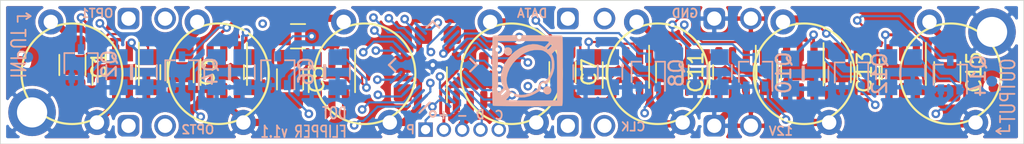
<source format=kicad_pcb>
(kicad_pcb (version 20171130) (host pcbnew "(5.1.12)-1")
  (layers (0 F.Cu signal hide) (1 In1.Cu signal) (2 In2.Cu signal hide) (31 B.Cu signal hide) (34 B.Paste user) (35 F.Paste user hide) (36 B.SilkS user) (37 F.SilkS user) (38 B.Mask user) (39 F.Mask user) (44 Edge.Cuts user))
  (net 0 "")
  (net 1 "Net-(C1-Pad1)")
  (net 2 "Net-(C1-Pad2)")
  (net 3 "Net-(C3-Pad1)")
  (net 4 "Net-(C3-Pad2)")
  (net 5 "Net-(C5-Pad1)")
  (net 6 "Net-(C5-Pad2)")
  (net 7 "Net-(C7-Pad1)")
  (net 8 "Net-(C7-Pad2)")
  (net 9 +12V)
  (net 10 GND)
  (net 11 +5V)
  (net 12 "Net-(C11-Pad2)")
  (net 13 "Net-(C11-Pad1)")
  (net 14 "Net-(C13-Pad1)")
  (net 15 "Net-(C13-Pad2)")
  (net 16 "Net-(C15-Pad2)")
  (net 17 "Net-(C15-Pad1)")
  (net 18 DATA_IN)
  (net 19 CLK_IN)
  (net 20 DATA_OUT)
  (net 21 CLK_OUT)
  (net 22 FLIP_G_OFF)
  (net 23 "Net-(J5-Pad4)")
  (net 24 VPP)
  (net 25 "Net-(Q1-Pad3)")
  (net 26 FLIP_A_ON)
  (net 27 FLIP_A_OFF)
  (net 28 "Net-(Q3-Pad3)")
  (net 29 FLIP_B_ON)
  (net 30 FLIP_B_OFF)
  (net 31 "Net-(Q5-Pad3)")
  (net 32 FLIP_C_ON)
  (net 33 FLIP_C_OFF)
  (net 34 "Net-(Q7-Pad3)")
  (net 35 FLIP_D_ON)
  (net 36 FLIP_D_OFF)
  (net 37 "Net-(Q10-Pad3)")
  (net 38 FLIP_E_ON)
  (net 39 FLIP_E_OFF)
  (net 40 "Net-(Q11-Pad3)")
  (net 41 FLIP_F_ON)
  (net 42 FLIP_F_OFF)
  (net 43 "Net-(Q13-Pad3)")
  (net 44 FLIP_G_ON)
  (net 45 "Net-(U2-Pad6)")
  (net 46 "Net-(U3-Pad4)")
  (net 47 OPT1_IN)
  (net 48 OPT2_IN)
  (net 49 OPT1_OUT)
  (net 50 OPT2_OUT)
  (module dot_flipper:SOT-23-5_HandSoldering (layer F.Cu) (at 65.177001 65.315001 90)
    (fp_text reference U3 hide)
    (fp_text value MIC5233-5.0YM5-TR)
    (pad 1 smd rect (at -1.45 -0.95 90) (size 1.4 0.5) (layers F.Cu F.Paste F.Mask) (net 9 +12V))
    (pad 2 smd roundrect (at -1.35 0 90) (size 1.2 0.5) (layers F.Cu F.Paste F.Mask) (net 10 GND))
    (pad 3 smd roundrect (at -1.35 0.95 90) (size 1.2 0.5) (layers F.Cu F.Paste F.Mask) (net 9 +12V))
    (pad 4 smd roundrect (at 1.35 0.95 90) (size 1.2 0.65) (layers F.Cu F.Paste F.Mask) (net 46 "Net-(U3-Pad4)"))
    (pad 5 smd roundrect (at 1.35 -0.95 90) (size 1.2 0.65) (layers F.Cu F.Paste F.Mask) (net 11 +5V))
  )
  (module dot_flipper:R_0805 (layer B.Cu) (at 94.187001 64.765001 270)
    (fp_text reference R21 hide)
    (fp_text value 100K)
    (pad 1 smd rect (at -1.05 0 270) (size 1.1 1.25) (layers B.Cu B.Paste B.Mask) (net 22 FLIP_G_OFF))
    (pad 2 smd rect (at 1.05 0 270) (size 1.1 1.25) (layers B.Cu B.Paste B.Mask) (net 10 GND))
  )
  (module dot_flipper:R_0805 (layer B.Cu) (at 95.887001 64.765001 270)
    (fp_text reference R20 hide)
    (fp_text value 100K)
    (pad 1 smd rect (at -1.05 0 270) (size 1.1 1.25) (layers B.Cu B.Paste B.Mask) (net 44 FLIP_G_ON))
    (pad 2 smd rect (at 1.05 0 270) (size 1.1 1.25) (layers B.Cu B.Paste B.Mask) (net 10 GND))
  )
  (module dot_flipper:R_0805 (layer F.Cu) (at 92.887001 64.765001 90)
    (fp_text reference R19 hide)
    (fp_text value 100K)
    (pad 1 smd rect (at -1.05 0 90) (size 1.1 1.25) (layers F.Cu F.Paste F.Mask) (net 9 +12V))
    (pad 2 smd rect (at 1.05 0 90) (size 1.1 1.25) (layers F.Cu F.Paste F.Mask) (net 43 "Net-(Q13-Pad3)"))
  )
  (module dot_flipper:R_0805 (layer B.Cu) (at 87.387001 64.865001 270)
    (fp_text reference R18 hide)
    (fp_text value 100K)
    (pad 1 smd rect (at -1.05 0 270) (size 1.1 1.25) (layers B.Cu B.Paste B.Mask) (net 42 FLIP_F_OFF))
    (pad 2 smd rect (at 1.05 0 270) (size 1.1 1.25) (layers B.Cu B.Paste B.Mask) (net 10 GND))
  )
  (module dot_flipper:R_0805 (layer B.Cu) (at 89.187001 64.865001 270)
    (fp_text reference R17 hide)
    (fp_text value 100K)
    (pad 1 smd rect (at -1.05 0 270) (size 1.1 1.25) (layers B.Cu B.Paste B.Mask) (net 41 FLIP_F_ON))
    (pad 2 smd rect (at 1.05 0 270) (size 1.1 1.25) (layers B.Cu B.Paste B.Mask) (net 10 GND))
  )
  (module dot_flipper:R_0805 (layer F.Cu) (at 85.907001 64.765001 90)
    (fp_text reference R16 hide)
    (fp_text value 100K)
    (pad 1 smd rect (at -1.05 0 90) (size 1.1 1.25) (layers F.Cu F.Paste F.Mask) (net 9 +12V))
    (pad 2 smd rect (at 1.05 0 90) (size 1.1 1.25) (layers F.Cu F.Paste F.Mask) (net 40 "Net-(Q11-Pad3)"))
  )
  (module dot_flipper:R_0805 (layer B.Cu) (at 80.787001 64.765001 270)
    (fp_text reference R15 hide)
    (fp_text value 100K)
    (pad 1 smd rect (at -1.05 0 270) (size 1.1 1.25) (layers B.Cu B.Paste B.Mask) (net 39 FLIP_E_OFF))
    (pad 2 smd rect (at 1.05 0 270) (size 1.1 1.25) (layers B.Cu B.Paste B.Mask) (net 10 GND))
  )
  (module dot_flipper:R_0805 (layer B.Cu) (at 82.487001 64.765001 270)
    (fp_text reference R14 hide)
    (fp_text value 100K)
    (pad 1 smd rect (at -1.05 0 270) (size 1.1 1.25) (layers B.Cu B.Paste B.Mask) (net 38 FLIP_E_ON))
    (pad 2 smd rect (at 1.05 0 270) (size 1.1 1.25) (layers B.Cu B.Paste B.Mask) (net 10 GND))
  )
  (module dot_flipper:R_0805 (layer F.Cu) (at 81.187001 64.765001 90)
    (fp_text reference R13 hide)
    (fp_text value 100K)
    (pad 1 smd rect (at -1.05 0 90) (size 1.1 1.25) (layers F.Cu F.Paste F.Mask) (net 9 +12V))
    (pad 2 smd rect (at 1.05 0 90) (size 1.1 1.25) (layers F.Cu F.Paste F.Mask) (net 37 "Net-(Q10-Pad3)"))
  )
  (module dot_flipper:R_0805 (layer B.Cu) (at 73.187001 64.765001 270)
    (fp_text reference R12 hide)
    (fp_text value 100K)
    (pad 1 smd rect (at -1.05 0 270) (size 1.1 1.25) (layers B.Cu B.Paste B.Mask) (net 36 FLIP_D_OFF))
    (pad 2 smd rect (at 1.05 0 270) (size 1.1 1.25) (layers B.Cu B.Paste B.Mask) (net 10 GND))
  )
  (module dot_flipper:R_0805 (layer B.Cu) (at 74.887001 64.765001 270)
    (fp_text reference R11 hide)
    (fp_text value 100K)
    (pad 1 smd rect (at -1.05 0 270) (size 1.1 1.25) (layers B.Cu B.Paste B.Mask) (net 35 FLIP_D_ON))
    (pad 2 smd rect (at 1.05 0 270) (size 1.1 1.25) (layers B.Cu B.Paste B.Mask) (net 10 GND))
  )
  (module dot_flipper:R_0805 (layer F.Cu) (at 73.787001 64.765001 90)
    (fp_text reference R10 hide)
    (fp_text value 100K)
    (pad 1 smd rect (at -1.05 0 90) (size 1.1 1.25) (layers F.Cu F.Paste F.Mask) (net 9 +12V))
    (pad 2 smd rect (at 1.05 0 90) (size 1.1 1.25) (layers F.Cu F.Paste F.Mask) (net 34 "Net-(Q7-Pad3)"))
  )
  (module dot_flipper:R_0805 (layer B.Cu) (at 55.987001 64.765001 270)
    (fp_text reference R9 hide)
    (fp_text value 100K)
    (pad 1 smd rect (at -1.05 0 270) (size 1.1 1.25) (layers B.Cu B.Paste B.Mask) (net 33 FLIP_C_OFF))
    (pad 2 smd rect (at 1.05 0 270) (size 1.1 1.25) (layers B.Cu B.Paste B.Mask) (net 10 GND))
  )
  (module dot_flipper:R_0805 (layer B.Cu) (at 54.187001 64.765001 270)
    (fp_text reference R8 hide)
    (fp_text value 100K)
    (pad 1 smd rect (at -1.05 0 270) (size 1.1 1.25) (layers B.Cu B.Paste B.Mask) (net 32 FLIP_C_ON))
    (pad 2 smd rect (at 1.05 0 270) (size 1.1 1.25) (layers B.Cu B.Paste B.Mask) (net 10 GND))
  )
  (module dot_flipper:R_0805 (layer F.Cu) (at 53.237001 62.265001)
    (fp_text reference R7 hide)
    (fp_text value 100K)
    (pad 1 smd rect (at -1.05 0) (size 1.1 1.25) (layers F.Cu F.Paste F.Mask) (net 9 +12V))
    (pad 2 smd rect (at 1.05 0) (size 1.1 1.25) (layers F.Cu F.Paste F.Mask) (net 31 "Net-(Q5-Pad3)"))
  )
  (module dot_flipper:R_0805 (layer B.Cu) (at 49.387001 64.765001 270)
    (fp_text reference R6 hide)
    (fp_text value 100K)
    (pad 1 smd rect (at -1.05 0 270) (size 1.1 1.25) (layers B.Cu B.Paste B.Mask) (net 30 FLIP_B_OFF))
    (pad 2 smd rect (at 1.05 0 270) (size 1.1 1.25) (layers B.Cu B.Paste B.Mask) (net 10 GND))
  )
  (module dot_flipper:R_0805 (layer B.Cu) (at 47.587001 64.765001 270)
    (fp_text reference R5 hide)
    (fp_text value 100K)
    (pad 1 smd rect (at -1.05 0 270) (size 1.1 1.25) (layers B.Cu B.Paste B.Mask) (net 29 FLIP_B_ON))
    (pad 2 smd rect (at 1.05 0 270) (size 1.1 1.25) (layers B.Cu B.Paste B.Mask) (net 10 GND))
  )
  (module dot_flipper:R_0805 (layer F.Cu) (at 50.337001 64.765001 90)
    (fp_text reference R4 hide)
    (fp_text value 100K)
    (pad 1 smd rect (at -1.05 0 90) (size 1.1 1.25) (layers F.Cu F.Paste F.Mask) (net 9 +12V))
    (pad 2 smd rect (at 1.05 0 90) (size 1.1 1.25) (layers F.Cu F.Paste F.Mask) (net 28 "Net-(Q3-Pad3)"))
  )
  (module dot_flipper:R_0805 (layer B.Cu) (at 42.587001 64.765001 270)
    (fp_text reference R3 hide)
    (fp_text value 100K)
    (pad 1 smd rect (at -1.05 0 270) (size 1.1 1.25) (layers B.Cu B.Paste B.Mask) (net 27 FLIP_A_OFF))
    (pad 2 smd rect (at 1.05 0 270) (size 1.1 1.25) (layers B.Cu B.Paste B.Mask) (net 10 GND))
  )
  (module dot_flipper:R_0805 (layer B.Cu) (at 40.787001 64.765001 270)
    (fp_text reference R2 hide)
    (fp_text value 100K)
    (pad 1 smd rect (at -1.05 0 270) (size 1.1 1.25) (layers B.Cu B.Paste B.Mask) (net 26 FLIP_A_ON))
    (pad 2 smd rect (at 1.05 0 270) (size 1.1 1.25) (layers B.Cu B.Paste B.Mask) (net 10 GND))
  )
  (module dot_flipper:R_0805 (layer F.Cu) (at 42.837001 64.765001 90)
    (fp_text reference R1 hide)
    (fp_text value 100K)
    (pad 1 smd rect (at -1.05 0 90) (size 1.1 1.25) (layers F.Cu F.Paste F.Mask) (net 9 +12V))
    (pad 2 smd rect (at 1.05 0 90) (size 1.1 1.25) (layers F.Cu F.Paste F.Mask) (net 25 "Net-(Q1-Pad3)"))
  )
  (module dot_flipper:SOT-23-6_Handsoldering (layer F.Cu) (at 95.187001 64.765001 270)
    (fp_text reference Q13 hide)
    (fp_text value DMG6602SVT)
    (pad 1 smd rect (at -1.45 -0.95 270) (size 1.4 0.5) (layers F.Cu F.Paste F.Mask) (net 22 FLIP_G_OFF))
    (pad 2 smd roundrect (at -1.35 0 270) (size 1.2 0.5) (layers F.Cu F.Paste F.Mask) (net 9 +12V))
    (pad 3 smd roundrect (at -1.35 0.95 270) (size 1.2 0.5) (layers F.Cu F.Paste F.Mask) (net 43 "Net-(Q13-Pad3)"))
    (pad 4 smd roundrect (at 1.35 0.95 270) (size 1.2 0.5) (layers F.Cu F.Paste F.Mask) (net 16 "Net-(C15-Pad2)"))
    (pad 6 smd roundrect (at 1.35 -0.95 270) (size 1.2 0.5) (layers F.Cu F.Paste F.Mask) (net 16 "Net-(C15-Pad2)"))
    (pad 5 smd roundrect (at 1.35 0 270) (size 1.2 0.5) (layers F.Cu F.Paste F.Mask) (net 10 GND))
  )
  (module dot_flipper:SOT-23-6_Handsoldering (layer F.Cu) (at 88.087001 64.785001 270)
    (fp_text reference Q11 hide)
    (fp_text value DMG6602SVT)
    (pad 1 smd rect (at -1.45 -0.95 270) (size 1.4 0.5) (layers F.Cu F.Paste F.Mask) (net 42 FLIP_F_OFF))
    (pad 2 smd roundrect (at -1.35 0 270) (size 1.2 0.5) (layers F.Cu F.Paste F.Mask) (net 9 +12V))
    (pad 3 smd roundrect (at -1.35 0.95 270) (size 1.2 0.5) (layers F.Cu F.Paste F.Mask) (net 40 "Net-(Q11-Pad3)"))
    (pad 4 smd roundrect (at 1.35 0.95 270) (size 1.2 0.5) (layers F.Cu F.Paste F.Mask) (net 15 "Net-(C13-Pad2)"))
    (pad 6 smd roundrect (at 1.35 -0.95 270) (size 1.2 0.5) (layers F.Cu F.Paste F.Mask) (net 15 "Net-(C13-Pad2)"))
    (pad 5 smd roundrect (at 1.35 0 270) (size 1.2 0.5) (layers F.Cu F.Paste F.Mask) (net 10 GND))
  )
  (module dot_flipper:SOT-23-6_Handsoldering (layer F.Cu) (at 83.387001 64.965001 270)
    (fp_text reference Q9 hide)
    (fp_text value DMG6602SVT)
    (pad 1 smd rect (at -1.45 -0.95 270) (size 1.4 0.5) (layers F.Cu F.Paste F.Mask) (net 39 FLIP_E_OFF))
    (pad 2 smd roundrect (at -1.35 0 270) (size 1.2 0.5) (layers F.Cu F.Paste F.Mask) (net 9 +12V))
    (pad 3 smd roundrect (at -1.35 0.95 270) (size 1.2 0.5) (layers F.Cu F.Paste F.Mask) (net 37 "Net-(Q10-Pad3)"))
    (pad 4 smd roundrect (at 1.35 0.95 270) (size 1.2 0.5) (layers F.Cu F.Paste F.Mask) (net 12 "Net-(C11-Pad2)"))
    (pad 6 smd roundrect (at 1.35 -0.95 270) (size 1.2 0.5) (layers F.Cu F.Paste F.Mask) (net 12 "Net-(C11-Pad2)"))
    (pad 5 smd roundrect (at 1.35 0 270) (size 1.2 0.5) (layers F.Cu F.Paste F.Mask) (net 10 GND))
  )
  (module dot_flipper:SOT-23-6_Handsoldering (layer F.Cu) (at 75.987001 64.965001 270)
    (fp_text reference Q7 hide)
    (fp_text value DMG6602SVT)
    (pad 1 smd rect (at -1.45 -0.95 270) (size 1.4 0.5) (layers F.Cu F.Paste F.Mask) (net 36 FLIP_D_OFF))
    (pad 2 smd roundrect (at -1.35 0 270) (size 1.2 0.5) (layers F.Cu F.Paste F.Mask) (net 9 +12V))
    (pad 3 smd roundrect (at -1.35 0.95 270) (size 1.2 0.5) (layers F.Cu F.Paste F.Mask) (net 34 "Net-(Q7-Pad3)"))
    (pad 4 smd roundrect (at 1.35 0.95 270) (size 1.2 0.5) (layers F.Cu F.Paste F.Mask) (net 8 "Net-(C7-Pad2)"))
    (pad 6 smd roundrect (at 1.35 -0.95 270) (size 1.2 0.5) (layers F.Cu F.Paste F.Mask) (net 8 "Net-(C7-Pad2)"))
    (pad 5 smd roundrect (at 1.35 0 270) (size 1.2 0.5) (layers F.Cu F.Paste F.Mask) (net 10 GND))
  )
  (module dot_flipper:SOT-23-6_Handsoldering (layer F.Cu) (at 55.587001 65.265001 270)
    (fp_text reference Q5 hide)
    (fp_text value DMG6602SVT)
    (pad 1 smd rect (at -1.45 -0.95 270) (size 1.4 0.5) (layers F.Cu F.Paste F.Mask) (net 33 FLIP_C_OFF))
    (pad 2 smd roundrect (at -1.35 0 270) (size 1.2 0.5) (layers F.Cu F.Paste F.Mask) (net 9 +12V))
    (pad 3 smd roundrect (at -1.35 0.95 270) (size 1.2 0.5) (layers F.Cu F.Paste F.Mask) (net 31 "Net-(Q5-Pad3)"))
    (pad 4 smd roundrect (at 1.35 0.95 270) (size 1.2 0.5) (layers F.Cu F.Paste F.Mask) (net 6 "Net-(C5-Pad2)"))
    (pad 6 smd roundrect (at 1.35 -0.95 270) (size 1.2 0.5) (layers F.Cu F.Paste F.Mask) (net 6 "Net-(C5-Pad2)"))
    (pad 5 smd roundrect (at 1.35 0 270) (size 1.2 0.5) (layers F.Cu F.Paste F.Mask) (net 10 GND))
  )
  (module dot_flipper:SOT-23-6_Handsoldering (layer F.Cu) (at 48.087001 64.765001 270)
    (fp_text reference Q3 hide)
    (fp_text value DMG6602SVT)
    (pad 1 smd rect (at -1.45 -0.95 270) (size 1.4 0.5) (layers F.Cu F.Paste F.Mask) (net 30 FLIP_B_OFF))
    (pad 2 smd roundrect (at -1.35 0 270) (size 1.2 0.5) (layers F.Cu F.Paste F.Mask) (net 9 +12V))
    (pad 3 smd roundrect (at -1.35 0.95 270) (size 1.2 0.5) (layers F.Cu F.Paste F.Mask) (net 28 "Net-(Q3-Pad3)"))
    (pad 4 smd roundrect (at 1.35 0.95 270) (size 1.2 0.5) (layers F.Cu F.Paste F.Mask) (net 4 "Net-(C3-Pad2)"))
    (pad 6 smd roundrect (at 1.35 -0.95 270) (size 1.2 0.5) (layers F.Cu F.Paste F.Mask) (net 4 "Net-(C3-Pad2)"))
    (pad 5 smd roundrect (at 1.35 0 270) (size 1.2 0.5) (layers F.Cu F.Paste F.Mask) (net 10 GND))
  )
  (module dot_flipper:SOT-23-6_Handsoldering (layer F.Cu) (at 40.587001 64.765001 270)
    (fp_text reference Q1 hide)
    (fp_text value DMG6602SVT)
    (pad 1 smd rect (at -1.45 -0.95 270) (size 1.4 0.5) (layers F.Cu F.Paste F.Mask) (net 27 FLIP_A_OFF))
    (pad 2 smd roundrect (at -1.35 0 270) (size 1.2 0.5) (layers F.Cu F.Paste F.Mask) (net 9 +12V))
    (pad 3 smd roundrect (at -1.35 0.95 270) (size 1.2 0.5) (layers F.Cu F.Paste F.Mask) (net 25 "Net-(Q1-Pad3)"))
    (pad 4 smd roundrect (at 1.35 0.95 270) (size 1.2 0.5) (layers F.Cu F.Paste F.Mask) (net 2 "Net-(C1-Pad2)"))
    (pad 6 smd roundrect (at 1.35 -0.95 270) (size 1.2 0.5) (layers F.Cu F.Paste F.Mask) (net 2 "Net-(C1-Pad2)"))
    (pad 5 smd roundrect (at 1.35 0 270) (size 1.2 0.5) (layers F.Cu F.Paste F.Mask) (net 10 GND))
  )
  (module dot_flipper:C_0805 (layer F.Cu) (at 62.940001 62.170401 180)
    (fp_text reference C10 hide)
    (fp_text value 1u)
    (pad 1 smd roundrect (at -1 0 180) (size 1.2 1.25) (layers F.Cu F.Paste F.Mask) (roundrect_rratio 0.15) (net 11 +5V))
    (pad 2 smd roundrect (at 1 0 180) (size 1.2 1.25) (layers F.Cu F.Paste F.Mask) (roundrect_rratio 0.15) (net 10 GND))
  )
  (module dot_flipper:C_0805 (layer F.Cu) (at 60.507001 65.205001 270)
    (fp_text reference C9 hide)
    (fp_text value 1u)
    (pad 1 smd roundrect (at -1 0 270) (size 1.2 1.25) (layers F.Cu F.Paste F.Mask) (roundrect_rratio 0.15) (net 9 +12V))
    (pad 2 smd roundrect (at 1 0 270) (size 1.2 1.25) (layers F.Cu F.Paste F.Mask) (roundrect_rratio 0.15) (net 10 GND))
  )
  (module Capacitor_SMD:C_1206_3216Metric (layer F.Cu) (at 37.587001 64.265001 270)
    (fp_text reference C1 (at 0 -1.85 90) (layer F.SilkS))
    (fp_text value "10u x2")
    (pad 2 smd roundrect (at 1.475 0 270) (size 1.15 1.8) (layers F.Cu F.Paste F.Mask) (roundrect_rratio 0.217391) (net 2 "Net-(C1-Pad2)"))
    (pad 1 smd roundrect (at -1.475 0 270) (size 1.15 1.8) (layers F.Cu F.Paste F.Mask) (roundrect_rratio 0.217391) (net 1 "Net-(C1-Pad1)"))
  )
  (module Capacitor_SMD:C_1206_3216Metric (layer F.Cu) (at 45.087001 64.765001 270)
    (fp_text reference C3 (at 0 -1.85 90) (layer F.SilkS))
    (fp_text value "10u x2")
    (pad 2 smd roundrect (at 1.475 0 270) (size 1.15 1.8) (layers F.Cu F.Paste F.Mask) (roundrect_rratio 0.217391) (net 4 "Net-(C3-Pad2)"))
    (pad 1 smd roundrect (at -1.475 0 270) (size 1.15 1.8) (layers F.Cu F.Paste F.Mask) (roundrect_rratio 0.217391) (net 3 "Net-(C3-Pad1)"))
  )
  (module Capacitor_SMD:C_1206_3216Metric (layer F.Cu) (at 52.687001 65.265001 270)
    (fp_text reference C5 (at 0 -1.85 90) (layer F.SilkS))
    (fp_text value "10u x2")
    (pad 2 smd roundrect (at 1.475 0 270) (size 1.15 1.8) (layers F.Cu F.Paste F.Mask) (roundrect_rratio 0.217391) (net 6 "Net-(C5-Pad2)"))
    (pad 1 smd roundrect (at -1.475 0 270) (size 1.15 1.8) (layers F.Cu F.Paste F.Mask) (roundrect_rratio 0.217391) (net 5 "Net-(C5-Pad1)"))
  )
  (module Capacitor_SMD:C_1206_3216Metric (layer F.Cu) (at 71.587001 64.765001 270)
    (fp_text reference C7 (at 0 -1.85 90) (layer F.SilkS))
    (fp_text value "10u x2")
    (pad 2 smd roundrect (at 1.475 0 270) (size 1.15 1.8) (layers F.Cu F.Paste F.Mask) (roundrect_rratio 0.217391) (net 8 "Net-(C7-Pad2)"))
    (pad 1 smd roundrect (at -1.475 0 270) (size 1.15 1.8) (layers F.Cu F.Paste F.Mask) (roundrect_rratio 0.217391) (net 7 "Net-(C7-Pad1)"))
  )
  (module Capacitor_SMD:C_1206_3216Metric (layer F.Cu) (at 78.987001 64.765001 270)
    (fp_text reference C11 (at 0 -1.85 90) (layer F.SilkS))
    (fp_text value "10u x2")
    (pad 2 smd roundrect (at 1.475 0 270) (size 1.15 1.8) (layers F.Cu F.Paste F.Mask) (roundrect_rratio 0.217391) (net 12 "Net-(C11-Pad2)"))
    (pad 1 smd roundrect (at -1.475 0 270) (size 1.15 1.8) (layers F.Cu F.Paste F.Mask) (roundrect_rratio 0.217391) (net 13 "Net-(C11-Pad1)"))
  )
  (module Capacitor_SMD:C_1206_3216Metric (layer F.Cu) (at 90.687001 64.765001 270)
    (fp_text reference C13 (at 0 -1.85 90) (layer F.SilkS))
    (fp_text value "10u x2")
    (pad 2 smd roundrect (at 1.475 0 270) (size 1.15 1.8) (layers F.Cu F.Paste F.Mask) (roundrect_rratio 0.217391) (net 15 "Net-(C13-Pad2)"))
    (pad 1 smd roundrect (at -1.475 0 270) (size 1.15 1.8) (layers F.Cu F.Paste F.Mask) (roundrect_rratio 0.217391) (net 14 "Net-(C13-Pad1)"))
  )
  (module Capacitor_SMD:C_1206_3216Metric (layer F.Cu) (at 98.287001 64.765001 270)
    (fp_text reference C15 (at 0 -1.85 90) (layer F.SilkS))
    (fp_text value "10u x2")
    (pad 2 smd roundrect (at 1.475 0 270) (size 1.15 1.8) (layers F.Cu F.Paste F.Mask) (roundrect_rratio 0.217391) (net 16 "Net-(C15-Pad2)"))
    (pad 1 smd roundrect (at -1.475 0 270) (size 1.15 1.8) (layers F.Cu F.Paste F.Mask) (roundrect_rratio 0.217391) (net 17 "Net-(C15-Pad1)"))
  )
  (module Fiducial:Fiducial_0.75mm_Mask1.5mm (layer B.Cu) (at 55.828001 67.555201)
    (fp_text reference REF** hide)
    (fp_text value Fiducial_0.75mm_Mask1.5mm)
    (pad "" smd circle (at 0 0) (size 0.75 0.75) (layers B.Cu B.Mask) (clearance 0.375))
  )
  (module Fiducial:Fiducial_0.75mm_Mask1.5mm (layer F.Cu) (at 33.984001 64.024601)
    (fp_text reference REF** hide)
    (fp_text value Fiducial_0.75mm_Mask1.5mm)
    (pad "" smd circle (at 0 0) (size 0.75 0.75) (layers F.Cu F.Mask) (clearance 0.375))
  )
  (module Fiducial:Fiducial_0.75mm_Mask1.5mm (layer B.Cu) (at 101.370201 65.396201)
    (fp_text reference REF** hide)
    (fp_text value Fiducial_0.75mm_Mask1.5mm)
    (pad "" smd circle (at 0 0) (size 0.75 0.75) (layers B.Cu B.Mask) (clearance 0.375))
  )
  (module Fiducial:Fiducial_0.75mm_Mask1.5mm (layer F.Cu) (at 101.522601 65.853401)
    (fp_text reference REF** hide)
    (fp_text value Fiducial_0.75mm_Mask1.5mm)
    (pad "" smd circle (at 0 0) (size 0.75 0.75) (layers F.Cu F.Mask) (clearance 0.375))
  )
  (module Fiducial:Fiducial_0.75mm_Mask1.5mm (layer B.Cu) (at 34.492001 63.719801)
    (fp_text reference REF** hide)
    (fp_text value Fiducial_0.75mm_Mask1.5mm)
    (pad "" smd circle (at 0 0) (size 0.75 0.75) (layers B.Cu B.Mask) (clearance 0.375))
  )
  (module Package_TO_SOT_SMD:SOT-323_SC-70 (layer B.Cu) (at 98.487001 64.965001 90)
    (fp_text reference Q14 (at -0.05 1.95 90) (layer B.SilkS) (effects (justify mirror)))
    (fp_text value RJU003N03FRA)
    (pad 3 smd rect (at 1 0 180) (size 0.45 0.7) (layers B.Cu B.Paste B.Mask) (net 43 "Net-(Q13-Pad3)"))
    (pad 2 smd rect (at -1 -0.65 180) (size 0.45 0.7) (layers B.Cu B.Paste B.Mask) (net 10 GND))
    (pad 1 smd rect (at -1 0.65 180) (size 0.45 0.7) (layers B.Cu B.Paste B.Mask) (net 44 FLIP_G_ON))
  )
  (module Package_TO_SOT_SMD:SOT-323_SC-70 (layer B.Cu) (at 91.637001 64.815001 90)
    (fp_text reference Q12 (at -0.05 1.95 90) (layer B.SilkS) (effects (justify mirror)))
    (fp_text value RJU003N03FRA)
    (pad 3 smd rect (at 1 0 180) (size 0.45 0.7) (layers B.Cu B.Paste B.Mask) (net 40 "Net-(Q11-Pad3)"))
    (pad 2 smd rect (at -1 -0.65 180) (size 0.45 0.7) (layers B.Cu B.Paste B.Mask) (net 10 GND))
    (pad 1 smd rect (at -1 0.65 180) (size 0.45 0.7) (layers B.Cu B.Paste B.Mask) (net 41 FLIP_F_ON))
  )
  (module Package_TO_SOT_SMD:SOT-323_SC-70 (layer B.Cu) (at 84.987001 64.765001 90)
    (fp_text reference Q10 (at -0.05 1.95 90) (layer B.SilkS) (effects (justify mirror)))
    (fp_text value RJU003N03FRA)
    (pad 3 smd rect (at 1 0 180) (size 0.45 0.7) (layers B.Cu B.Paste B.Mask) (net 37 "Net-(Q10-Pad3)"))
    (pad 2 smd rect (at -1 -0.65 180) (size 0.45 0.7) (layers B.Cu B.Paste B.Mask) (net 10 GND))
    (pad 1 smd rect (at -1 0.65 180) (size 0.45 0.7) (layers B.Cu B.Paste B.Mask) (net 38 FLIP_E_ON))
  )
  (module Package_TO_SOT_SMD:SOT-323_SC-70 (layer B.Cu) (at 77.537001 64.765001 90)
    (fp_text reference Q8 (at -0.05 1.95 90) (layer B.SilkS) (effects (justify mirror)))
    (fp_text value RJU003N03FRA)
    (pad 3 smd rect (at 1 0 180) (size 0.45 0.7) (layers B.Cu B.Paste B.Mask) (net 34 "Net-(Q7-Pad3)"))
    (pad 2 smd rect (at -1 -0.65 180) (size 0.45 0.7) (layers B.Cu B.Paste B.Mask) (net 10 GND))
    (pad 1 smd rect (at -1 0.65 180) (size 0.45 0.7) (layers B.Cu B.Paste B.Mask) (net 35 FLIP_D_ON))
  )
  (module Package_TO_SOT_SMD:SOT-323_SC-70 (layer B.Cu) (at 51.837001 64.665001 90)
    (fp_text reference Q6 (at -0.05 1.95 90) (layer B.SilkS) (effects (justify mirror)))
    (fp_text value RJU003N03FRA)
    (pad 3 smd rect (at 1 0 180) (size 0.45 0.7) (layers B.Cu B.Paste B.Mask) (net 31 "Net-(Q5-Pad3)"))
    (pad 2 smd rect (at -1 -0.65 180) (size 0.45 0.7) (layers B.Cu B.Paste B.Mask) (net 10 GND))
    (pad 1 smd rect (at -1 0.65 180) (size 0.45 0.7) (layers B.Cu B.Paste B.Mask) (net 32 FLIP_C_ON))
  )
  (module Package_TO_SOT_SMD:SOT-323_SC-70 (layer B.Cu) (at 45.187001 64.665001 90)
    (fp_text reference Q4 (at -0.05 1.95 90) (layer B.SilkS) (effects (justify mirror)))
    (fp_text value RJU003N03FRA)
    (pad 3 smd rect (at 1 0 180) (size 0.45 0.7) (layers B.Cu B.Paste B.Mask) (net 28 "Net-(Q3-Pad3)"))
    (pad 2 smd rect (at -1 -0.65 180) (size 0.45 0.7) (layers B.Cu B.Paste B.Mask) (net 10 GND))
    (pad 1 smd rect (at -1 0.65 180) (size 0.45 0.7) (layers B.Cu B.Paste B.Mask) (net 29 FLIP_B_ON))
  )
  (module Package_TO_SOT_SMD:SOT-323_SC-70 (layer B.Cu) (at 38.187001 64.165001 90)
    (fp_text reference Q2 (at -0.05 1.95 90) (layer B.SilkS) (effects (justify mirror)))
    (fp_text value RJU003N03FRA)
    (pad 3 smd rect (at 1 0 180) (size 0.45 0.7) (layers B.Cu B.Paste B.Mask) (net 25 "Net-(Q1-Pad3)"))
    (pad 2 smd rect (at -1 -0.65 180) (size 0.45 0.7) (layers B.Cu B.Paste B.Mask) (net 10 GND))
    (pad 1 smd rect (at -1 0.65 180) (size 0.45 0.7) (layers B.Cu B.Paste B.Mask) (net 26 FLIP_A_ON))
  )
  (module dot_flipper:dot_logo (layer B.Cu) (at 69.287001 64.665001)
    (fp_text reference G*** hide)
    (fp_text value LOGO hide)
  )
  (module dot_flipper:Pin_Header_Straight_1x05_Pitch1.27mm (layer F.Cu) (at 62.087001 68.765001 90)
    (fp_text reference J5 hide)
    (fp_text value Conn_01x05_Male)
    (pad 1 thru_hole rect (at 0 0 90) (size 1 1) (drill 0.65) (layers *.Cu *.Mask) (net 24 VPP))
    (pad 2 thru_hole oval (at 0 1.27 90) (size 1 1) (drill 0.65) (layers *.Cu *.Mask) (net 11 +5V))
    (pad 3 thru_hole oval (at 0 2.54 90) (size 1 1) (drill 0.65) (layers *.Cu *.Mask) (net 10 GND))
    (pad 4 thru_hole oval (at 0 3.81 90) (size 1 1) (drill 0.65) (layers *.Cu *.Mask) (net 23 "Net-(J5-Pad4)"))
    (pad 5 thru_hole oval (at 0 5.08 90) (size 1 1) (drill 0.65) (layers *.Cu *.Mask) (net 22 FLIP_G_OFF))
  )
  (module dot_flipper:Pin_Header_Straight_1x02_Pitch2.54mm (layer F.Cu) (at 41.477001 68.495001 90)
    (fp_text reference J7 hide)
    (fp_text value Conn_01x02_Male)
    (pad 1 thru_hole roundrect (at 0 0 90) (size 1.5 1.5) (drill 1) (layers *.Cu *.Mask) (net 49 OPT1_OUT))
    (pad 2 thru_hole oval (at 0 2.54 90) (size 1.5 1.5) (drill 1) (layers *.Cu *.Mask) (net 50 OPT2_OUT))
  )
  (module dot_flipper:Pin_Header_Straight_1x02_Pitch2.54mm (layer F.Cu) (at 41.477001 61.035001 90)
    (fp_text reference J6 hide)
    (fp_text value Conn_01x02_Male)
    (pad 1 thru_hole roundrect (at 0 0 90) (size 1.5 1.5) (drill 1) (layers *.Cu *.Mask) (net 47 OPT1_IN))
    (pad 2 thru_hole oval (at 0 2.54 90) (size 1.5 1.5) (drill 1) (layers *.Cu *.Mask) (net 48 OPT2_IN))
  )
  (module dot_flipper:Pin_Header_Straight_1x02_Pitch2.54mm (layer F.Cu) (at 71.957001 68.495001 90)
    (fp_text reference J4 hide)
    (fp_text value Conn_01x02_Male)
    (pad 1 thru_hole roundrect (at 0 0 90) (size 1.5 1.5) (drill 1) (layers *.Cu *.Mask) (net 20 DATA_OUT))
    (pad 2 thru_hole oval (at 0 2.54 90) (size 1.5 1.5) (drill 1) (layers *.Cu *.Mask) (net 21 CLK_OUT))
  )
  (module dot_flipper:Pin_Header_Straight_1x02_Pitch2.54mm (layer F.Cu) (at 71.957001 61.035001 90)
    (fp_text reference J3 hide)
    (fp_text value Conn_01x02_Male)
    (pad 1 thru_hole roundrect (at 0 0 90) (size 1.5 1.5) (drill 1) (layers *.Cu *.Mask) (net 18 DATA_IN))
    (pad 2 thru_hole oval (at 0 2.54 90) (size 1.5 1.5) (drill 1) (layers *.Cu *.Mask) (net 19 CLK_IN))
  )
  (module dot_flipper:Pin_Header_Straight_1x02_Pitch2.54mm (layer F.Cu) (at 82.117001 68.495001 90)
    (fp_text reference J2 hide)
    (fp_text value Conn_01x02_Male)
    (pad 1 thru_hole roundrect (at 0 0 90) (size 1.5 1.5) (drill 1) (layers *.Cu *.Mask) (net 10 GND))
    (pad 2 thru_hole oval (at 0 2.54 90) (size 1.5 1.5) (drill 1) (layers *.Cu *.Mask) (net 9 +12V))
  )
  (module dot_flipper:Pin_Header_Straight_1x02_Pitch2.54mm (layer F.Cu) (at 82.117001 61.035001 90)
    (fp_text reference J1 hide)
    (fp_text value Conn_01x02_Male)
    (pad 1 thru_hole roundrect (at 0 0 90) (size 1.5 1.5) (drill 1) (layers *.Cu *.Mask) (net 10 GND))
    (pad 2 thru_hole oval (at 0 2.54 90) (size 1.5 1.5) (drill 1) (layers *.Cu *.Mask) (net 9 +12V))
  )
  (module dot_flipper:MountingHole_2.2mm_M2_Pad_thin (layer F.Cu) (at 101.387001 61.965001)
    (fp_text reference H2 hide)
    (fp_text value MountingHole_Pad)
    (pad 1 thru_hole circle (at 0 0) (size 3.3 3.3) (drill 2.1) (layers *.Cu *.Mask) (net 10 GND))
  )
  (module dot_flipper:MountingHole_2.2mm_M2_Pad_thin (layer F.Cu) (at 34.787001 67.565001)
    (fp_text reference H1 hide)
    (fp_text value MountingHole_Pad)
    (pad 1 thru_hole circle (at 0 0) (size 3.3 3.3) (drill 2.1) (layers *.Cu *.Mask) (net 10 GND))
  )
  (module dot_flipper:QFN-28-1EP_4x4mm_Pitch0.4mm_wide (layer B.Cu) (at 62.587001 64.265001 45)
    (fp_text reference U2 hide)
    (fp_text value PIC16F15355-I-MV)
    (pad 29 thru_hole circle (at 0 0 45) (size 0.8 0.8) (drill 0.3) (layers *.Cu *.Mask) (net 10 GND))
    (pad 1 smd rect (at -2.45 1.2 45) (size 1.4 0.2) (layers B.Cu B.Paste B.Mask) (net 32 FLIP_C_ON))
    (pad 2 smd roundrect (at -2.3 0.8 45) (size 1.4 0.2) (layers B.Cu B.Paste B.Mask) (roundrect_rratio 0.5) (net 35 FLIP_D_ON))
    (pad 3 smd roundrect (at -2.3 0.4 45) (size 1.4 0.2) (layers B.Cu B.Paste B.Mask) (roundrect_rratio 0.5) (net 38 FLIP_E_ON))
    (pad 4 smd roundrect (at -2.3 0 45) (size 1.4 0.2) (layers B.Cu B.Paste B.Mask) (roundrect_rratio 0.5) (net 41 FLIP_F_ON))
    (pad 5 smd roundrect (at -2.3 -0.4 45) (size 1.4 0.2) (layers B.Cu B.Paste B.Mask) (roundrect_rratio 0.5) (net 10 GND))
    (pad 6 smd roundrect (at -2.3 -0.8 45) (size 1.4 0.2) (layers B.Cu B.Paste B.Mask) (roundrect_rratio 0.5) (net 45 "Net-(U2-Pad6)"))
    (pad 7 smd roundrect (at -2.4 -1.2 45) (size 1.2 0.2) (layers B.Cu B.Paste B.Mask) (roundrect_rratio 0.5) (net 44 FLIP_G_ON))
    (pad 8 smd roundrect (at -1.2 -2.4 315) (size 1.2 0.2) (layers B.Cu B.Paste B.Mask) (roundrect_rratio 0.5) (net 18 DATA_IN))
    (pad 9 smd roundrect (at -0.8 -2.3 315) (size 1.4 0.2) (layers B.Cu B.Paste B.Mask) (roundrect_rratio 0.5) (net 19 CLK_IN))
    (pad 10 smd roundrect (at -0.4 -2.3 315) (size 1.4 0.2) (layers B.Cu B.Paste B.Mask) (roundrect_rratio 0.5) (net 47 OPT1_IN))
    (pad 11 smd roundrect (at 0 -2.3 315) (size 1.4 0.2) (layers B.Cu B.Paste B.Mask) (roundrect_rratio 0.5) (net 48 OPT2_IN))
    (pad 12 smd roundrect (at 0.4 -2.3 315) (size 1.4 0.2) (layers B.Cu B.Paste B.Mask) (roundrect_rratio 0.5) (net 20 DATA_OUT))
    (pad 13 smd roundrect (at 0.8 -2.3 315) (size 1.4 0.2) (layers B.Cu B.Paste B.Mask) (roundrect_rratio 0.5) (net 21 CLK_OUT))
    (pad 14 smd roundrect (at 1.2 -2.4 315) (size 1.2 0.2) (layers B.Cu B.Paste B.Mask) (roundrect_rratio 0.5) (net 49 OPT1_OUT))
    (pad 15 smd roundrect (at 2.4 -1.2 45) (size 1.2 0.2) (layers B.Cu B.Paste B.Mask) (roundrect_rratio 0.5) (net 50 OPT2_OUT))
    (pad 16 smd roundrect (at 2.3 -0.8 45) (size 1.4 0.2) (layers B.Cu B.Paste B.Mask) (roundrect_rratio 0.5) (net 10 GND))
    (pad 17 smd roundrect (at 2.3 -0.4 45) (size 1.4 0.2) (layers B.Cu B.Paste B.Mask) (roundrect_rratio 0.5) (net 11 +5V))
    (pad 18 smd roundrect (at 2.3 0 45) (size 1.4 0.2) (layers B.Cu B.Paste B.Mask) (roundrect_rratio 0.5) (net 27 FLIP_A_OFF))
    (pad 19 smd roundrect (at 2.3 0.4 45) (size 1.4 0.2) (layers B.Cu B.Paste B.Mask) (roundrect_rratio 0.5) (net 30 FLIP_B_OFF))
    (pad 20 smd roundrect (at 2.3 0.8 45) (size 1.4 0.2) (layers B.Cu B.Paste B.Mask) (roundrect_rratio 0.5) (net 33 FLIP_C_OFF))
    (pad 21 smd roundrect (at 2.4 1.2 45) (size 1.2 0.2) (layers B.Cu B.Paste B.Mask) (roundrect_rratio 0.5) (net 36 FLIP_D_OFF))
    (pad 22 smd roundrect (at 1.2 2.4 315) (size 1.2 0.2) (layers B.Cu B.Paste B.Mask) (roundrect_rratio 0.5) (net 39 FLIP_E_OFF))
    (pad 23 smd roundrect (at 0.8 2.3 315) (size 1.4 0.2) (layers B.Cu B.Paste B.Mask) (roundrect_rratio 0.5) (net 42 FLIP_F_OFF))
    (pad 24 smd roundrect (at 0.4 2.3 315) (size 1.4 0.2) (layers B.Cu B.Paste B.Mask) (roundrect_rratio 0.5) (net 22 FLIP_G_OFF))
    (pad 25 smd roundrect (at 0 2.3 315) (size 1.4 0.2) (layers B.Cu B.Paste B.Mask) (roundrect_rratio 0.5) (net 23 "Net-(J5-Pad4)"))
    (pad 26 smd roundrect (at -0.4 2.3 315) (size 1.4 0.2) (layers B.Cu B.Paste B.Mask) (roundrect_rratio 0.5) (net 24 VPP))
    (pad 27 smd roundrect (at -0.8 2.3 315) (size 1.4 0.2) (layers B.Cu B.Paste B.Mask) (roundrect_rratio 0.5) (net 26 FLIP_A_ON))
    (pad 28 smd roundrect (at -1.2 2.4 315) (size 1.2 0.2) (layers B.Cu B.Paste B.Mask) (roundrect_rratio 0.5) (net 29 FLIP_B_ON))
  )
  (module dot_flipper:7_flip_dots (layer F.Cu) (at 36.087001 61.265001)
    (fp_text reference U1 hide)
    (fp_text value 7_flip_dots hide)
    (pad 2-UG thru_hole circle (at 64.16 7) (size 1.75 1.75) (drill 1) (layers *.Cu *.Mask) (net 10 GND))
    (pad 2-UF thru_hole circle (at 54 7) (size 1.75 1.75) (drill 1) (layers *.Cu *.Mask) (net 10 GND))
    (pad 2-UE thru_hole circle (at 43.84 7) (size 1.75 1.75) (drill 1) (layers *.Cu *.Mask) (net 10 GND))
    (pad 2-UD thru_hole circle (at 33.68 7) (size 1.75 1.75) (drill 1) (layers *.Cu *.Mask) (net 10 GND))
    (pad 2-UC thru_hole circle (at 23.52 7) (size 1.75 1.75) (drill 1) (layers *.Cu *.Mask) (net 10 GND))
    (pad 2-UB thru_hole circle (at 13.36 7) (size 1.75 1.75) (drill 1) (layers *.Cu *.Mask) (net 10 GND))
    (pad 1-UG thru_hole circle (at 60.96 0) (size 1.75 1.75) (drill 1) (layers *.Cu *.Mask) (net 17 "Net-(C15-Pad1)"))
    (pad 1-UF thru_hole circle (at 50.8 0) (size 1.75 1.75) (drill 1) (layers *.Cu *.Mask) (net 14 "Net-(C13-Pad1)"))
    (pad 1-UE thru_hole circle (at 40.64 0) (size 1.75 1.75) (drill 1) (layers *.Cu *.Mask) (net 13 "Net-(C11-Pad1)"))
    (pad 1-UD thru_hole circle (at 30.48 0) (size 1.75 1.75) (drill 1) (layers *.Cu *.Mask) (net 7 "Net-(C7-Pad1)"))
    (pad 1-UC thru_hole circle (at 20.32 0) (size 1.75 1.75) (drill 1) (layers *.Cu *.Mask) (net 5 "Net-(C5-Pad1)"))
    (pad 1-UB thru_hole circle (at 10.16 0) (size 1.75 1.75) (drill 1) (layers *.Cu *.Mask) (net 3 "Net-(C3-Pad1)"))
    (pad 2-UA thru_hole circle (at 3.2 7) (size 1.75 1.75) (drill 1) (layers *.Cu *.Mask) (net 10 GND))
    (pad 1-UA thru_hole circle (at 0 0) (size 1.75 1.75) (drill 1) (layers *.Cu *.Mask) (net 1 "Net-(C1-Pad1)"))
  )
  (gr_text C (at 67.187001 67.765001) (layer B.SilkS) (effects (font (size 0.6 0.6) (thickness 0.12)) (justify mirror)))
  (gr_text D (at 65.887001 67.715001) (layer B.SilkS) (effects (font (size 0.6 0.6) (thickness 0.12)) (justify mirror)))
  (gr_text - (at 64.637001 67.765001) (layer B.SilkS) (effects (font (size 0.6 0.6) (thickness 0.12)) (justify mirror)))
  (gr_text + (at 63.337001 67.715001) (layer B.SilkS) (effects (font (size 0.6 0.6) (thickness 0.12)) (justify mirror)))
  (gr_text P (at 61.037001 68.765001) (layer B.SilkS) (effects (font (size 0.6 0.6) (thickness 0.12)) (justify mirror)))
  (gr_text "DOT\nFLIPPER v1.1" (at 56.687001 68.265001) (layer B.SilkS) (effects (font (size 0.8 0.6) (thickness 0.12)) (justify left mirror)))
  (gr_text 12V (at 86.737001 68.865001) (layer B.SilkS) (effects (font (size 0.6 0.6) (thickness 0.12)) (justify mirror)))
  (gr_text GND (at 80.087001 60.665001) (layer B.SilkS) (effects (font (size 0.6 0.6) (thickness 0.12)) (justify mirror)))
  (gr_text CLK (at 76.487001 68.565001) (layer B.SilkS) (effects (font (size 0.6 0.6) (thickness 0.12)) (justify mirror)))
  (gr_text DATA (at 69.487001 60.665001) (layer B.SilkS) (effects (font (size 0.6 0.6) (thickness 0.12)) (justify mirror)))
  (gr_text OPT1 (at 39.287001 60.665001) (layer B.SilkS) (effects (font (size 0.6 0.6) (thickness 0.12)) (justify mirror)))
  (gr_text OPT2 (at 46.287001 68.765001) (layer B.SilkS) (effects (font (size 0.6 0.6) (thickness 0.12)) (justify mirror)))
  (gr_line (start 102.587001 68.865001) (end 101.687001 68.865001) (layer B.SilkS) (width 0.12))
  (gr_line (start 102.587001 68.465001) (end 102.587001 68.865001) (layer B.SilkS) (width 0.12))
  (gr_line (start 101.987001 68.665001) (end 101.687001 68.865001) (layer B.SilkS) (width 0.12))
  (gr_line (start 101.987001 69.065001) (end 101.687001 68.865001) (layer B.SilkS) (width 0.12))
  (gr_text OUTPUT (at 102.487001 66.065001 90) (layer B.SilkS) (effects (font (size 1 0.8) (thickness 0.125)) (justify mirror)))
  (gr_line (start 34.387001 61.065001) (end 34.687001 60.865001) (layer B.SilkS) (width 0.12))
  (gr_line (start 34.387001 60.665001) (end 34.687001 60.865001) (layer B.SilkS) (width 0.12))
  (gr_line (start 34.687001 60.865001) (end 34.387001 60.665001) (layer B.SilkS) (width 0.12))
  (gr_line (start 33.787001 60.865001) (end 34.687001 60.865001) (layer B.SilkS) (width 0.12))
  (gr_line (start 33.787001 61.265001) (end 33.787001 60.865001) (layer B.SilkS) (width 0.12))
  (gr_text INPUT (at 33.787001 63.465001 270) (layer B.SilkS) (effects (font (size 1 0.8) (thickness 0.125)) (justify mirror)))
  (gr_line (start 103.587001 69.765001) (end 32.587001 69.765001) (layer Edge.Cuts) (width 0.05))
  (gr_line (start 103.587001 59.765001) (end 103.587001 69.765001) (layer Edge.Cuts) (width 0.05))
  (gr_line (start 32.587001 59.765001) (end 103.587001 59.765001) (layer Edge.Cuts) (width 0.05))
  (gr_line (start 32.587001 69.765001) (end 32.587001 59.765001) (layer Edge.Cuts) (width 0.05))
  (segment (start 37.687001 62.565001) (end 36.487001 61.365001) (width 0.5) (layer F.Cu) (net 1))
  (segment (start 36.487001 61.365001) (end 36.187001 61.365001) (width 0.5) (layer F.Cu) (net 1))
  (segment (start 41.537001 65.315001) (end 41.537001 65.595001) (width 0.5) (layer F.Cu) (net 2))
  (segment (start 41.336991 65.114991) (end 41.537001 65.315001) (width 0.5) (layer F.Cu) (net 2))
  (segment (start 38.257711 65.935711) (end 39.557711 65.935711) (width 0.5) (layer F.Cu) (net 2))
  (segment (start 39.557711 65.935711) (end 39.587001 65.906421) (width 0.5) (layer F.Cu) (net 2))
  (segment (start 39.587001 65.906421) (end 39.587001 65.365001) (width 0.5) (layer F.Cu) (net 2))
  (segment (start 39.587001 65.365001) (end 39.837011 65.114991) (width 0.5) (layer F.Cu) (net 2))
  (segment (start 39.837011 65.114991) (end 41.336991 65.114991) (width 0.4) (layer F.Cu) (net 2))
  (segment (start 46.387001 61.765001) (end 46.387001 61.565001) (width 0.5) (layer F.Cu) (net 3))
  (segment (start 45.187001 63.365001) (end 45.187001 62.965001) (width 0.5) (layer F.Cu) (net 3))
  (segment (start 45.187001 62.965001) (end 46.387001 61.765001) (width 0.5) (layer F.Cu) (net 3))
  (segment (start 47.437011 65.114991) (end 48.706991 65.114991) (width 0.4) (layer F.Cu) (net 4))
  (segment (start 47.137001 66.115001) (end 47.137001 65.415001) (width 0.5) (layer F.Cu) (net 4))
  (segment (start 47.137001 65.415001) (end 47.437011 65.114991) (width 0.5) (layer F.Cu) (net 4))
  (segment (start 48.706991 65.114991) (end 49.027001 65.435001) (width 0.5) (layer F.Cu) (net 4))
  (segment (start 49.027001 65.435001) (end 49.027001 65.985001) (width 0.5) (layer F.Cu) (net 4))
  (segment (start 45.987001 65.965001) (end 46.987001 65.965001) (width 0.5) (layer F.Cu) (net 4))
  (segment (start 45.087001 66.165001) (end 45.287001 65.965001) (width 0.5) (layer F.Cu) (net 4))
  (segment (start 45.287001 65.965001) (end 45.987001 65.965001) (width 0.5) (layer F.Cu) (net 4))
  (segment (start 52.687001 63.865001) (end 53.237001 63.315001) (width 0.5) (layer F.Cu) (net 5))
  (segment (start 53.237001 63.315001) (end 53.237001 61.265001) (width 0.5) (layer F.Cu) (net 5))
  (segment (start 53.237001 61.265001) (end 53.487001 61.015001) (width 0.5) (layer F.Cu) (net 5))
  (segment (start 53.487001 61.015001) (end 56.187001 61.015001) (width 0.5) (layer F.Cu) (net 5))
  (segment (start 56.187001 61.015001) (end 56.337001 61.165001) (width 0.5) (layer F.Cu) (net 5))
  (segment (start 54.637001 66.615001) (end 54.637001 66.235001) (width 0.5) (layer F.Cu) (net 6))
  (segment (start 54.637001 66.235001) (end 54.627001 66.225001) (width 0.5) (layer F.Cu) (net 6))
  (segment (start 54.627001 66.225001) (end 54.627001 65.935001) (width 0.5) (layer F.Cu) (net 6))
  (segment (start 54.947011 65.614991) (end 56.236991 65.614991) (width 0.4) (layer F.Cu) (net 6))
  (segment (start 54.627001 65.935001) (end 54.947011 65.614991) (width 0.5) (layer F.Cu) (net 6))
  (segment (start 56.236991 65.614991) (end 56.517001 65.895001) (width 0.5) (layer F.Cu) (net 6))
  (segment (start 56.517001 65.895001) (end 56.517001 66.385001) (width 0.5) (layer F.Cu) (net 6))
  (segment (start 54.487001 66.365001) (end 54.587001 66.465001) (width 0.5) (layer F.Cu) (net 6))
  (segment (start 52.787001 66.665001) (end 53.087001 66.365001) (width 0.5) (layer F.Cu) (net 6))
  (segment (start 53.087001 66.365001) (end 54.487001 66.365001) (width 0.5) (layer F.Cu) (net 6))
  (segment (start 71.587001 63.365001) (end 71.387001 63.165001) (width 0.5) (layer F.Cu) (net 7))
  (segment (start 68.687001 61.265001) (end 66.587001 61.265001) (width 0.5) (layer F.Cu) (net 7))
  (segment (start 71.587001 63.365001) (end 70.787001 63.365001) (width 0.5) (layer F.Cu) (net 7))
  (segment (start 70.787001 63.365001) (end 68.687001 61.265001) (width 0.5) (layer F.Cu) (net 7))
  (segment (start 72.817001 66.795001) (end 72.187001 66.165001) (width 0.5) (layer F.Cu) (net 8))
  (segment (start 74.702003 66.795001) (end 72.817001 66.795001) (width 0.5) (layer F.Cu) (net 8))
  (segment (start 76.937001 65.615001) (end 76.636991 65.314991) (width 0.5) (layer F.Cu) (net 8))
  (segment (start 76.937001 66.315001) (end 76.937001 65.615001) (width 0.5) (layer F.Cu) (net 8))
  (segment (start 76.636991 65.314991) (end 75.487011 65.314991) (width 0.4) (layer F.Cu) (net 8))
  (segment (start 72.187001 66.165001) (end 71.487001 66.165001) (width 0.5) (layer F.Cu) (net 8))
  (segment (start 75.487011 65.314991) (end 75.087001 65.715001) (width 0.4) (layer F.Cu) (net 8))
  (segment (start 75.087001 65.715001) (end 75.087001 66.410003) (width 0.5) (layer F.Cu) (net 8))
  (segment (start 75.087001 66.410003) (end 74.702003 66.795001) (width 0.5) (layer F.Cu) (net 8))
  (segment (start 39.287001 68.265001) (end 40.587001 66.965001) (width 0.5) (layer F.Cu) (net 10))
  (segment (start 40.587001 66.965001) (end 40.587001 66.165001) (width 0.5) (layer F.Cu) (net 10))
  (segment (start 48.087001 66.815001) (end 49.487001 68.215001) (width 0.5) (layer F.Cu) (net 10))
  (segment (start 48.087001 66.115001) (end 48.087001 66.815001) (width 0.5) (layer F.Cu) (net 10))
  (segment (start 49.487001 68.215001) (end 49.487001 68.265001) (width 0.5) (layer F.Cu) (net 10))
  (segment (start 55.587001 66.615001) (end 55.587001 67.315001) (width 0.5) (layer F.Cu) (net 10))
  (segment (start 100.087 68.365002) (end 100.187001 68.265001) (width 0.5) (layer F.Cu) (net 10))
  (segment (start 95.951 68.365002) (end 100.087 68.365002) (width 0.5) (layer F.Cu) (net 10))
  (segment (start 95.187001 66.565001) (end 95.187001 67.601003) (width 0.5) (layer F.Cu) (net 10))
  (segment (start 95.187001 67.601003) (end 95.951 68.365002) (width 0.5) (layer F.Cu) (net 10))
  (segment (start 96.937001 66.165001) (end 96.537001 65.765001) (width 0.15) (layer B.Cu) (net 10))
  (segment (start 97.437001 66.165001) (end 96.937001 66.165001) (width 0.15) (layer B.Cu) (net 10))
  (segment (start 96.537001 65.765001) (end 95.887001 65.765001) (width 0.15) (layer B.Cu) (net 10))
  (segment (start 49.447001 68.265001) (end 50.684437 68.265001) (width 0.5) (layer F.Cu) (net 10))
  (segment (start 50.684437 68.265001) (end 50.984437 68.565001) (width 0.5) (layer F.Cu) (net 10))
  (segment (start 54.337001 68.565001) (end 55.587001 67.315001) (width 0.5) (layer F.Cu) (net 10))
  (segment (start 50.984437 68.565001) (end 54.337001 68.565001) (width 0.5) (layer F.Cu) (net 10))
  (segment (start 82.117001 68.495001) (end 82.827876 67.784126) (width 0.5) (layer F.Cu) (net 10))
  (segment (start 82.827876 67.784126) (end 83.377001 67.235001) (width 0.5) (layer F.Cu) (net 10))
  (segment (start 83.377001 67.235001) (end 83.377001 66.425001) (width 0.5) (layer F.Cu) (net 10))
  (segment (start 60.577001 66.055001) (end 60.737001 66.055001) (width 0.5) (layer F.Cu) (net 10))
  (segment (start 60.737001 66.055001) (end 60.787001 66.105001) (width 0.5) (layer F.Cu) (net 10))
  (segment (start 64.213346 61.507285) (end 64.213346 61.488656) (width 0.15) (layer B.Cu) (net 10))
  (segment (start 63.647661 62.07297) (end 64.213346 61.507285) (width 0.15) (layer B.Cu) (net 10))
  (segment (start 64.213346 61.488656) (end 64.487001 61.215001) (width 0.15) (layer B.Cu) (net 10))
  (segment (start 61.243498 65.042819) (end 61.264819 65.042819) (width 0.15) (layer B.Cu) (net 10))
  (segment (start 60.677813 65.608504) (end 61.243498 65.042819) (width 0.15) (layer B.Cu) (net 10))
  (segment (start 61.264819 65.042819) (end 61.442637 64.865001) (width 0.15) (layer B.Cu) (net 10))
  (segment (start 79.887 68.365002) (end 79.987001 68.265001) (width 0.5) (layer F.Cu) (net 10))
  (segment (start 76.537002 68.365002) (end 79.887 68.365002) (width 0.5) (layer F.Cu) (net 10))
  (segment (start 75.987001 66.265001) (end 75.987001 67.815001) (width 0.5) (layer F.Cu) (net 10))
  (segment (start 75.987001 67.815001) (end 76.537002 68.365002) (width 0.5) (layer F.Cu) (net 10))
  (segment (start 65.187001 66.365001) (end 65.167001 66.345001) (width 0.5) (layer F.Cu) (net 10))
  (segment (start 65.187001 67.815001) (end 65.187001 66.365001) (width 0.5) (layer F.Cu) (net 10))
  (segment (start 64.627001 68.765001) (end 64.627001 68.375001) (width 0.5) (layer F.Cu) (net 10))
  (segment (start 64.627001 68.375001) (end 65.187001 67.815001) (width 0.5) (layer F.Cu) (net 10))
  (segment (start 62.587001 64.265001) (end 61.937001 64.265001) (width 0.5) (layer B.Cu) (net 10))
  (segment (start 61.937001 64.265001) (end 63.337001 64.265001) (width 0.5) (layer B.Cu) (net 10))
  (segment (start 59.607001 68.265001) (end 58.487001 68.265001) (width 0.5) (layer B.Cu) (net 10))
  (segment (start 90.087001 68.265001) (end 88.849565 68.265001) (width 0.5) (layer F.Cu) (net 10))
  (segment (start 88.849565 68.265001) (end 88.137001 67.552437) (width 0.5) (layer F.Cu) (net 10))
  (segment (start 88.137001 66.885001) (end 88.137001 67.552437) (width 0.5) (layer F.Cu) (net 10))
  (segment (start 88.087001 66.835001) (end 88.137001 66.885001) (width 0.5) (layer F.Cu) (net 10))
  (segment (start 88.087001 66.135001) (end 88.087001 66.835001) (width 0.5) (layer F.Cu) (net 10))
  (segment (start 61.644601 62.094201) (end 61.644601 66.644221) (width 0.4) (layer F.Cu) (net 10))
  (segment (start 61.532011 66.410011) (end 61.532011 66.960011) (width 0.5) (layer F.Cu) (net 10))
  (segment (start 60.587001 66.265001) (end 61.387001 66.265001) (width 0.5) (layer F.Cu) (net 10))
  (segment (start 61.387001 66.265001) (end 61.532011 66.410011) (width 0.5) (layer F.Cu) (net 10))
  (segment (start 60.587001 68.265001) (end 59.837001 68.265001) (width 0.5) (layer F.Cu) (net 10))
  (segment (start 61.532011 66.960011) (end 61.532011 67.319991) (width 0.5) (layer F.Cu) (net 10))
  (segment (start 61.532011 67.319991) (end 60.587001 68.265001) (width 0.5) (layer F.Cu) (net 10))
  (segment (start 62.587001 64.265001) (end 61.695401 64.253201) (width 0.4) (layer F.Cu) (net 10))
  (segment (start 64.237001 63.415001) (end 63.841291 63.019291) (width 0.2) (layer F.Cu) (net 11))
  (segment (start 63.324273 62.962044) (end 63.324273 63.043353) (width 0.15) (layer B.Cu) (net 11))
  (segment (start 63.324273 63.043353) (end 63.324273 63.467617) (width 0.15) (layer B.Cu) (net 11))
  (segment (start 63.930504 62.355813) (end 63.324273 62.962044) (width 0.15) (layer B.Cu) (net 11))
  (segment (start 63.624272 63.167618) (end 63.324273 63.467617) (width 0.5) (layer F.Cu) (net 11))
  (segment (start 63.772599 63.019291) (end 63.624272 63.167618) (width 0.5) (layer F.Cu) (net 11))
  (segment (start 63.841291 63.019291) (end 63.772599 63.019291) (width 0.5) (layer F.Cu) (net 11))
  (via (at 63.324273 63.467617) (size 0.6) (drill 0.3) (layers F.Cu B.Cu) (net 11))
  (segment (start 63.987001 62.315001) (end 63.987001 61.965001) (width 0.5) (layer F.Cu) (net 11))
  (segment (start 63.841291 63.019291) (end 63.841291 62.460711) (width 0.5) (layer F.Cu) (net 11))
  (segment (start 63.841291 62.460711) (end 63.987001 62.315001) (width 0.5) (layer F.Cu) (net 11))
  (segment (start 64.287001 64.665001) (end 64.287001 63.465001) (width 0.2) (layer F.Cu) (net 11))
  (segment (start 63.137001 65.815001) (end 64.287001 64.665001) (width 0.2) (layer F.Cu) (net 11))
  (segment (start 63.137001 67.665001) (end 63.137001 65.815001) (width 0.2) (layer F.Cu) (net 11))
  (segment (start 63.357001 68.765001) (end 63.357001 67.885001) (width 0.2) (layer F.Cu) (net 11))
  (segment (start 63.357001 67.885001) (end 63.137001 67.665001) (width 0.2) (layer F.Cu) (net 11))
  (segment (start 79.587001 66.865001) (end 82.032003 66.865001) (width 0.5) (layer F.Cu) (net 12))
  (segment (start 78.887001 66.165001) (end 79.587001 66.865001) (width 0.5) (layer F.Cu) (net 12))
  (segment (start 82.032003 66.865001) (end 82.187001 66.865001) (width 0.5) (layer F.Cu) (net 12))
  (segment (start 82.187001 66.865001) (end 82.387001 66.665001) (width 0.5) (layer F.Cu) (net 12))
  (segment (start 82.387001 66.665001) (end 82.387001 65.765001) (width 0.5) (layer F.Cu) (net 12))
  (segment (start 82.837011 65.314991) (end 84.036991 65.314991) (width 0.4) (layer F.Cu) (net 12))
  (segment (start 82.387001 65.765001) (end 82.837011 65.314991) (width 0.5) (layer F.Cu) (net 12))
  (segment (start 84.036991 65.314991) (end 84.287001 65.565001) (width 0.5) (layer F.Cu) (net 12))
  (segment (start 84.287001 65.565001) (end 84.287001 66.065001) (width 0.5) (layer F.Cu) (net 12))
  (segment (start 77.055002 61.365001) (end 76.587001 61.365001) (width 0.5) (layer F.Cu) (net 13))
  (segment (start 78.927001 63.445001) (end 78.927001 63.237) (width 0.5) (layer F.Cu) (net 13))
  (segment (start 78.927001 63.237) (end 77.055002 61.365001) (width 0.5) (layer F.Cu) (net 13))
  (segment (start 91.157711 63.094291) (end 91.157711 62.299709) (width 0.5) (layer F.Cu) (net 14))
  (segment (start 90.587001 63.665001) (end 91.157711 63.094291) (width 0.5) (layer F.Cu) (net 14))
  (segment (start 87.087011 61.064991) (end 86.987001 61.165001) (width 0.5) (layer F.Cu) (net 14))
  (segment (start 91.157711 62.299709) (end 89.922993 61.064991) (width 0.5) (layer F.Cu) (net 14))
  (segment (start 89.922993 61.064991) (end 87.087011 61.064991) (width 0.5) (layer F.Cu) (net 14))
  (segment (start 90.447001 66.225001) (end 90.247001 66.225001) (width 0.5) (layer F.Cu) (net 15))
  (segment (start 90.707001 66.235001) (end 90.457001 66.235001) (width 0.5) (layer F.Cu) (net 15))
  (segment (start 90.457001 66.235001) (end 90.447001 66.225001) (width 0.5) (layer F.Cu) (net 15))
  (segment (start 90.137001 66.075001) (end 90.047001 66.075001) (width 0.5) (layer F.Cu) (net 15))
  (segment (start 90.157001 66.095001) (end 90.137001 66.075001) (width 0.5) (layer F.Cu) (net 15))
  (segment (start 89.077001 66.115001) (end 90.137001 66.115001) (width 0.5) (layer F.Cu) (net 15))
  (segment (start 90.137001 66.115001) (end 90.157001 66.095001) (width 0.5) (layer F.Cu) (net 15))
  (segment (start 89.067001 65.345001) (end 89.067001 65.885001) (width 0.5) (layer F.Cu) (net 15))
  (segment (start 88.856991 65.134991) (end 89.067001 65.345001) (width 0.5) (layer F.Cu) (net 15))
  (segment (start 87.367011 65.134991) (end 88.856991 65.134991) (width 0.4) (layer F.Cu) (net 15))
  (segment (start 87.147001 65.915001) (end 87.147001 65.355001) (width 0.5) (layer F.Cu) (net 15))
  (segment (start 87.147001 65.355001) (end 87.367011 65.134991) (width 0.5) (layer F.Cu) (net 15))
  (segment (start 94.537011 65.114991) (end 95.926991 65.114991) (width 0.4) (layer F.Cu) (net 16))
  (segment (start 94.237001 66.115001) (end 94.237001 65.415001) (width 0.5) (layer F.Cu) (net 16))
  (segment (start 94.237001 65.415001) (end 94.537011 65.114991) (width 0.5) (layer F.Cu) (net 16))
  (segment (start 95.926991 65.114991) (end 96.097001 65.285001) (width 0.5) (layer F.Cu) (net 16))
  (segment (start 96.097001 65.285001) (end 96.097001 65.875001) (width 0.5) (layer F.Cu) (net 16))
  (segment (start 98.207001 66.115001) (end 98.257001 66.065001) (width 0.5) (layer F.Cu) (net 16))
  (segment (start 96.137001 66.115001) (end 98.207001 66.115001) (width 0.5) (layer F.Cu) (net 16))
  (segment (start 98.187001 62.565001) (end 96.987001 61.365001) (width 0.5) (layer F.Cu) (net 17))
  (segment (start 98.187001 63.265001) (end 98.187001 62.565001) (width 0.5) (layer F.Cu) (net 17))
  (segment (start 59.063952 63.265023) (end 58.639688 63.265023) (width 0.15) (layer B.Cu) (net 18))
  (segment (start 59.889966 63.265023) (end 59.063952 63.265023) (width 0.15) (layer B.Cu) (net 18))
  (segment (start 60.112127 63.487184) (end 59.889966 63.265023) (width 0.15) (layer B.Cu) (net 18))
  (via (at 58.639688 63.265023) (size 0.6) (drill 0.3) (layers F.Cu B.Cu) (net 18))
  (segment (start 58.505475 62.638656) (end 58.066267 63.077864) (width 0.15) (layer B.Cu) (net 19))
  (via (at 57.766268 63.377863) (size 0.6) (drill 0.3) (layers F.Cu B.Cu) (net 19))
  (segment (start 58.066267 63.077864) (end 57.766268 63.377863) (width 0.15) (layer B.Cu) (net 19))
  (segment (start 60.39497 63.204341) (end 59.829285 62.638656) (width 0.15) (layer B.Cu) (net 19))
  (segment (start 59.829285 62.638656) (end 58.505475 62.638656) (width 0.15) (layer B.Cu) (net 19))
  (via (at 69.186082 65.739953) (size 0.6) (drill 0.3) (layers F.Cu B.Cu) (net 20))
  (via (at 59.537001 61.015001) (size 0.6) (drill 0.3) (layers F.Cu B.Cu) (net 20))
  (segment (start 60.212014 61.690014) (end 59.837 61.315) (width 0.15) (layer B.Cu) (net 20))
  (segment (start 59.837 61.315) (end 59.537001 61.015001) (width 0.15) (layer B.Cu) (net 20))
  (segment (start 60.577699 61.690014) (end 60.212014 61.690014) (width 0.15) (layer B.Cu) (net 20))
  (segment (start 61.243498 62.355813) (end 60.577699 61.690014) (width 0.15) (layer B.Cu) (net 20))
  (via (at 70.248138 65.671621) (size 0.6) (drill 0.3) (layers F.Cu B.Cu) (net 21))
  (via (at 60.637001 61.065001) (size 0.6) (drill 0.3) (layers F.Cu B.Cu) (net 21))
  (segment (start 60.637001 61.18363) (end 60.637001 61.065001) (width 0.15) (layer B.Cu) (net 21))
  (segment (start 61.526341 62.07297) (end 60.637001 61.18363) (width 0.15) (layer B.Cu) (net 21))
  (segment (start 67.187001 68.299316) (end 67.187001 68.765001) (width 0.15) (layer B.Cu) (net 22))
  (segment (start 64.496189 65.608504) (end 67.187001 68.299316) (width 0.15) (layer B.Cu) (net 22))
  (via (at 93.987001 62.165001) (size 0.6) (drill 0.3) (layers F.Cu B.Cu) (net 22))
  (segment (start 93.987001 63.515001) (end 93.987001 62.165001) (width 0.15) (layer B.Cu) (net 22))
  (segment (start 94.187001 63.715001) (end 93.987001 63.515001) (width 0.15) (layer B.Cu) (net 22))
  (segment (start 94.411265 62.165001) (end 93.987001 62.165001) (width 0.2) (layer F.Cu) (net 22))
  (segment (start 95.657002 62.165001) (end 94.411265 62.165001) (width 0.2) (layer F.Cu) (net 22))
  (segment (start 96.087001 62.595) (end 95.657002 62.165001) (width 0.2) (layer F.Cu) (net 22))
  (segment (start 96.087001 63.405001) (end 96.137001 63.455001) (width 0.15) (layer F.Cu) (net 22))
  (segment (start 96.087001 62.595) (end 96.087001 63.405001) (width 0.2) (layer F.Cu) (net 22))
  (segment (start 65.987001 67.665001) (end 65.987001 68.765001) (width 0.15) (layer B.Cu) (net 23))
  (segment (start 64.213347 65.891347) (end 65.987001 67.665001) (width 0.15) (layer B.Cu) (net 23))
  (segment (start 62.087001 68.115001) (end 62.087001 68.765001) (width 0.15) (layer B.Cu) (net 24))
  (segment (start 62.437001 67.765001) (end 62.087001 68.115001) (width 0.15) (layer B.Cu) (net 24))
  (segment (start 63.787001 67.765001) (end 62.437001 67.765001) (width 0.15) (layer B.Cu) (net 24))
  (segment (start 64.479021 67.072981) (end 63.787001 67.765001) (width 0.15) (layer B.Cu) (net 24))
  (segment (start 63.930504 66.174189) (end 64.479021 66.722706) (width 0.15) (layer B.Cu) (net 24))
  (segment (start 64.479021 66.722706) (end 64.479021 67.072981) (width 0.15) (layer B.Cu) (net 24))
  (via (at 38.187001 60.964997) (size 0.6) (drill 0.3) (layers F.Cu B.Cu) (net 25))
  (segment (start 38.187001 62.965001) (end 38.187001 60.964997) (width 0.2) (layer B.Cu) (net 25))
  (segment (start 39.612003 62.389999) (end 38.187001 60.964997) (width 0.2) (layer F.Cu) (net 25))
  (segment (start 39.687001 63.165001) (end 39.687001 62.464997) (width 0.2) (layer F.Cu) (net 25))
  (segment (start 39.687001 62.464997) (end 39.612003 62.389999) (width 0.2) (layer F.Cu) (net 25))
  (segment (start 39.687001 62.515001) (end 39.687001 62.815001) (width 0.15) (layer F.Cu) (net 25))
  (segment (start 42.837001 63.015001) (end 41.933239 62.111239) (width 0.15) (layer F.Cu) (net 25))
  (segment (start 42.837001 63.715001) (end 42.837001 63.015001) (width 0.15) (layer F.Cu) (net 25))
  (segment (start 41.933239 62.111239) (end 40.090763 62.111239) (width 0.15) (layer F.Cu) (net 25))
  (segment (start 40.090763 62.111239) (end 39.687001 62.515001) (width 0.15) (layer F.Cu) (net 25))
  (segment (start 63.081976 65.891347) (end 63.081976 65.570026) (width 0.15) (layer B.Cu) (net 26))
  (segment (start 63.647661 66.457032) (end 63.081976 65.891347) (width 0.15) (layer B.Cu) (net 26))
  (via (at 63.087001 65.065001) (size 0.6) (drill 0.3) (layers F.Cu B.Cu) (net 26))
  (segment (start 63.081976 65.570026) (end 63.087001 65.565001) (width 0.15) (layer B.Cu) (net 26))
  (segment (start 63.087001 65.565001) (end 63.087001 65.065001) (width 0.15) (layer B.Cu) (net 26))
  (via (at 39.487001 61.365001) (size 0.6) (drill 0.3) (layers F.Cu B.Cu) (net 26))
  (via (at 39.487001 61.365001) (size 0.6) (drill 0.3) (layers F.Cu B.Cu) (net 26))
  (segment (start 39.487001 61.365001) (end 40.687001 62.565001) (width 0.15) (layer B.Cu) (net 26))
  (segment (start 40.687001 62.565001) (end 40.687001 63.665001) (width 0.15) (layer B.Cu) (net 26))
  (segment (start 38.937001 65.585001) (end 38.937001 64.685001) (width 0.2) (layer B.Cu) (net 26))
  (segment (start 39.587791 64.034211) (end 38.937001 64.685001) (width 0.2) (layer B.Cu) (net 26))
  (segment (start 40.467791 64.034211) (end 40.787001 63.715001) (width 0.15) (layer B.Cu) (net 26))
  (segment (start 39.587791 64.034211) (end 40.467791 64.034211) (width 0.2) (layer B.Cu) (net 26))
  (segment (start 41.487001 62.965001) (end 41.587002 62.865) (width 0.2) (layer F.Cu) (net 27))
  (segment (start 41.587002 62.865) (end 41.557001 62.895001) (width 0.15) (layer F.Cu) (net 27))
  (segment (start 66.346379 62.614967) (end 68.287002 62.614967) (width 0.15) (layer B.Cu) (net 27))
  (segment (start 64.213347 62.638655) (end 64.779032 62.07297) (width 0.15) (layer B.Cu) (net 27))
  (segment (start 68.287002 62.614967) (end 68.587001 62.314968) (width 0.15) (layer B.Cu) (net 27))
  (via (at 68.587001 62.314968) (size 0.6) (drill 0.3) (layers F.Cu B.Cu) (net 27))
  (segment (start 65.804382 62.07297) (end 66.346379 62.614967) (width 0.15) (layer B.Cu) (net 27))
  (segment (start 64.779032 62.07297) (end 65.804382 62.07297) (width 0.15) (layer B.Cu) (net 27))
  (segment (start 41.587002 62.815002) (end 41.687003 62.715001) (width 0.15) (layer F.Cu) (net 27))
  (via (at 41.687003 62.715001) (size 0.6) (drill 0.3) (layers F.Cu B.Cu) (net 27))
  (segment (start 41.587002 62.865) (end 41.587002 62.815002) (width 0.15) (layer F.Cu) (net 27))
  (segment (start 41.687003 62.890003) (end 41.687003 62.715001) (width 0.2) (layer B.Cu) (net 27))
  (segment (start 42.512001 63.715001) (end 41.687003 62.890003) (width 0.2) (layer B.Cu) (net 27))
  (segment (start 42.587001 63.715001) (end 42.512001 63.715001) (width 0.2) (layer B.Cu) (net 27))
  (segment (start 47.987002 61.965) (end 48.287001 61.665001) (width 0.2) (layer F.Cu) (net 28))
  (segment (start 47.862737 61.665001) (end 48.287001 61.665001) (width 0.15) (layer B.Cu) (net 28))
  (segment (start 45.787001 63.565001) (end 47.687001 61.665001) (width 0.15) (layer B.Cu) (net 28))
  (segment (start 45.087001 63.565001) (end 45.787001 63.565001) (width 0.15) (layer B.Cu) (net 28))
  (via (at 48.287001 61.665001) (size 0.6) (drill 0.3) (layers F.Cu B.Cu) (net 28))
  (segment (start 47.687001 61.665001) (end 47.862737 61.665001) (width 0.15) (layer B.Cu) (net 28))
  (segment (start 47.087001 63.065001) (end 47.087001 62.865001) (width 0.2) (layer F.Cu) (net 28))
  (segment (start 47.087001 62.865001) (end 47.987002 61.965) (width 0.2) (layer F.Cu) (net 28))
  (segment (start 48.587 61.365002) (end 48.287001 61.665001) (width 0.15) (layer F.Cu) (net 28))
  (segment (start 50.337001 61.888) (end 49.814003 61.365002) (width 0.15) (layer F.Cu) (net 28))
  (segment (start 49.814003 61.365002) (end 48.587 61.365002) (width 0.15) (layer F.Cu) (net 28))
  (segment (start 50.337001 63.715001) (end 50.337001 61.888) (width 0.15) (layer F.Cu) (net 28))
  (segment (start 46.037001 65.965001) (end 46.037001 64.715001) (width 0.2) (layer B.Cu) (net 29))
  (segment (start 46.037001 64.715001) (end 46.987001 63.765001) (width 0.2) (layer B.Cu) (net 29))
  (segment (start 46.987001 63.765001) (end 47.687001 63.765001) (width 0.2) (layer B.Cu) (net 29))
  (via (at 46.487001 67.865001) (size 0.6) (drill 0.3) (layers F.Cu B.Cu) (net 29))
  (segment (start 46.037001 65.965001) (end 46.037001 67.415001) (width 0.15) (layer B.Cu) (net 29))
  (segment (start 46.037001 67.415001) (end 46.487001 67.865001) (width 0.15) (layer B.Cu) (net 29))
  (via (at 62.563278 67.164999) (size 0.6) (drill 0.3) (layers F.Cu B.Cu) (net 29))
  (segment (start 63.364818 66.739875) (end 62.988402 66.739875) (width 0.15) (layer B.Cu) (net 29))
  (segment (start 62.988402 66.739875) (end 62.863277 66.865) (width 0.15) (layer B.Cu) (net 29))
  (segment (start 62.863277 66.865) (end 62.563278 67.164999) (width 0.15) (layer B.Cu) (net 29))
  (via (at 67.094469 63.190023) (size 0.6) (drill 0.3) (layers F.Cu B.Cu) (net 30))
  (segment (start 65.745033 62.4379) (end 66.497156 63.190023) (width 0.15) (layer B.Cu) (net 30))
  (segment (start 64.979788 62.437899) (end 65.745033 62.4379) (width 0.15) (layer B.Cu) (net 30))
  (segment (start 66.670205 63.190023) (end 67.094469 63.190023) (width 0.15) (layer B.Cu) (net 30))
  (segment (start 66.497156 63.190023) (end 66.670205 63.190023) (width 0.15) (layer B.Cu) (net 30))
  (segment (start 64.496189 62.921498) (end 64.979788 62.437899) (width 0.15) (layer B.Cu) (net 30))
  (via (at 49.637001 62.005001) (size 0.6) (drill 0.3) (layers F.Cu B.Cu) (net 30))
  (segment (start 49.637001 62.429265) (end 49.637001 62.005001) (width 0.2) (layer F.Cu) (net 30))
  (segment (start 49.637001 62.515001) (end 49.637001 62.429265) (width 0.2) (layer F.Cu) (net 30))
  (segment (start 48.987001 63.165001) (end 49.637001 62.515001) (width 0.2) (layer F.Cu) (net 30))
  (segment (start 49.387001 62.255001) (end 49.637001 62.005001) (width 0.2) (layer B.Cu) (net 30))
  (segment (start 49.387001 63.715001) (end 49.387001 62.255001) (width 0.2) (layer B.Cu) (net 30))
  (segment (start 54.316291 63.594291) (end 54.316291 62.494291) (width 0.15) (layer F.Cu) (net 31))
  (segment (start 54.637001 63.915001) (end 54.316291 63.594291) (width 0.15) (layer F.Cu) (net 31))
  (segment (start 54.316291 62.494291) (end 53.987001 62.165001) (width 0.15) (layer F.Cu) (net 31))
  (via (at 54.187001 62.265001) (size 0.6) (drill 0.3) (layers F.Cu B.Cu) (net 31))
  (segment (start 53.987001 62.165001) (end 54.087001 62.265001) (width 0.15) (layer F.Cu) (net 31))
  (segment (start 54.087001 62.265001) (end 54.187001 62.265001) (width 0.15) (layer F.Cu) (net 31))
  (segment (start 54.187001 62.265001) (end 52.887001 62.265001) (width 0.15) (layer B.Cu) (net 31))
  (segment (start 52.887001 62.265001) (end 51.687001 63.465001) (width 0.15) (layer B.Cu) (net 31))
  (segment (start 52.637001 65.065001) (end 53.987001 63.715001) (width 0.2) (layer B.Cu) (net 32))
  (segment (start 52.637001 65.965001) (end 52.637001 65.065001) (width 0.2) (layer B.Cu) (net 32))
  (segment (start 53.987001 63.715001) (end 54.037001 63.715001) (width 0.2) (layer B.Cu) (net 32))
  (via (at 62.417898 65.514957) (size 0.6) (drill 0.3) (layers F.Cu B.Cu) (net 32))
  (segment (start 62.417898 66.13116) (end 62.417898 65.939221) (width 0.15) (layer B.Cu) (net 32))
  (segment (start 62.417898 65.939221) (end 62.417898 65.514957) (width 0.15) (layer B.Cu) (net 32))
  (segment (start 61.773828 66.77523) (end 62.417898 66.13116) (width 0.15) (layer B.Cu) (net 32))
  (via (at 53.987001 67.665001) (size 0.6) (drill 0.3) (layers F.Cu B.Cu) (net 32))
  (segment (start 52.637001 65.965001) (end 52.637001 66.265001) (width 0.15) (layer B.Cu) (net 32))
  (segment (start 52.637001 66.265001) (end 53.987001 67.615001) (width 0.15) (layer B.Cu) (net 32))
  (segment (start 53.987001 67.615001) (end 53.987001 67.665001) (width 0.15) (layer B.Cu) (net 32))
  (via (at 57.986997 65.840022) (size 0.6) (drill 0.3) (layers F.Cu B.Cu) (net 33))
  (segment (start 57.686998 65.540023) (end 57.986997 65.840022) (width 0.15) (layer F.Cu) (net 33))
  (segment (start 57.686998 65.014998) (end 57.686998 65.540023) (width 0.15) (layer F.Cu) (net 33))
  (segment (start 56.587001 63.865001) (end 56.587001 63.915001) (width 0.15) (layer F.Cu) (net 33))
  (segment (start 56.587001 63.915001) (end 57.686998 65.014998) (width 0.15) (layer F.Cu) (net 33))
  (segment (start 64.779032 63.204341) (end 65.245463 62.73791) (width 0.15) (layer B.Cu) (net 33))
  (via (at 69.187001 64.089915) (size 0.6) (drill 0.3) (layers F.Cu B.Cu) (net 33))
  (segment (start 68.887002 63.789916) (end 69.187001 64.089915) (width 0.15) (layer B.Cu) (net 33))
  (segment (start 68.886986 63.7899) (end 68.887002 63.789916) (width 0.15) (layer B.Cu) (net 33))
  (segment (start 65.245463 62.73791) (end 65.620764 62.737909) (width 0.15) (layer B.Cu) (net 33))
  (segment (start 65.620764 62.737909) (end 66.672755 63.7899) (width 0.15) (layer B.Cu) (net 33))
  (segment (start 66.672755 63.7899) (end 68.886986 63.7899) (width 0.15) (layer B.Cu) (net 33))
  (segment (start 57.986997 65.264997) (end 57.986997 65.840022) (width 0.15) (layer B.Cu) (net 33))
  (segment (start 55.987001 63.715001) (end 56.437001 63.715001) (width 0.15) (layer B.Cu) (net 33))
  (segment (start 56.437001 63.715001) (end 57.986997 65.264997) (width 0.15) (layer B.Cu) (net 33))
  (via (at 69.737001 61.170019) (size 0.6) (drill 0.3) (layers F.Cu B.Cu) (net 34))
  (segment (start 74.187001 63.465001) (end 73.887001 63.765001) (width 0.5) (layer F.Cu) (net 34))
  (segment (start 74.987001 63.465001) (end 74.187001 63.465001) (width 0.5) (layer F.Cu) (net 34))
  (segment (start 75.513001 62.043401) (end 70.657983 62.043401) (width 0.15) (layer B.Cu) (net 34))
  (segment (start 70.037 61.470018) (end 69.737001 61.170019) (width 0.15) (layer F.Cu) (net 34))
  (segment (start 71.031983 62.465001) (end 70.037 61.470018) (width 0.15) (layer F.Cu) (net 34))
  (segment (start 72.439601 62.475201) (end 71.031983 62.465001) (width 0.15) (layer F.Cu) (net 34))
  (segment (start 73.328601 63.796001) (end 72.820601 63.161001) (width 0.15) (layer F.Cu) (net 34))
  (segment (start 72.712011 62.747611) (end 72.439601 62.475201) (width 0.15) (layer F.Cu) (net 34))
  (segment (start 72.712011 62.874611) (end 72.712011 62.747611) (width 0.15) (layer F.Cu) (net 34))
  (segment (start 72.820601 62.983201) (end 72.712011 62.874611) (width 0.15) (layer F.Cu) (net 34))
  (segment (start 72.820601 63.161001) (end 72.820601 62.983201) (width 0.15) (layer F.Cu) (net 34))
  (segment (start 76.887001 63.465001) (end 75.513001 62.068801) (width 0.15) (layer B.Cu) (net 34))
  (segment (start 77.387001 63.465001) (end 76.887001 63.465001) (width 0.15) (layer B.Cu) (net 34))
  (segment (start 70.037 61.470018) (end 69.737001 61.170019) (width 0.15) (layer B.Cu) (net 34))
  (segment (start 70.661601 62.043401) (end 70.037 61.470018) (width 0.15) (layer B.Cu) (net 34))
  (segment (start 78.337001 65.865001) (end 78.337001 66.165001) (width 0.15) (layer B.Cu) (net 35))
  (via (at 77.287001 67.614999) (size 0.6) (drill 0.3) (layers F.Cu B.Cu) (net 35))
  (segment (start 77.287001 67.215001) (end 77.287001 67.614999) (width 0.15) (layer B.Cu) (net 35))
  (segment (start 78.337001 66.165001) (end 77.287001 67.215001) (width 0.15) (layer B.Cu) (net 35))
  (via (at 57.137001 68.465001) (size 0.6) (drill 0.3) (layers F.Cu B.Cu) (net 35))
  (segment (start 60.818373 67.165) (end 58.761266 67.165) (width 0.15) (layer B.Cu) (net 35))
  (segment (start 58.761266 67.165) (end 57.761264 68.165002) (width 0.15) (layer B.Cu) (net 35))
  (segment (start 57.437 68.165002) (end 57.137001 68.465001) (width 0.15) (layer B.Cu) (net 35))
  (segment (start 57.761264 68.165002) (end 57.437 68.165002) (width 0.15) (layer B.Cu) (net 35))
  (segment (start 61.526341 66.457032) (end 60.818373 67.165) (width 0.15) (layer B.Cu) (net 35))
  (segment (start 77.537001 65.015001) (end 78.387001 65.865001) (width 0.15) (layer B.Cu) (net 35))
  (segment (start 75.487001 63.715001) (end 76.787001 65.015001) (width 0.15) (layer B.Cu) (net 35))
  (segment (start 74.887001 63.715001) (end 75.487001 63.715001) (width 0.15) (layer B.Cu) (net 35))
  (segment (start 76.787001 65.015001) (end 77.537001 65.015001) (width 0.15) (layer B.Cu) (net 35))
  (via (at 67.186997 64.565001) (size 0.6) (drill 0.3) (layers F.Cu B.Cu) (net 36))
  (segment (start 76.987001 63.365001) (end 76.987001 63.165001) (width 0.15) (layer F.Cu) (net 36))
  (segment (start 66.762733 64.565001) (end 67.186997 64.565001) (width 0.15) (layer B.Cu) (net 36))
  (segment (start 66.162733 63.965001) (end 66.762733 64.565001) (width 0.15) (layer B.Cu) (net 36))
  (segment (start 65.061875 63.487184) (end 65.539692 63.965001) (width 0.15) (layer B.Cu) (net 36))
  (segment (start 65.539692 63.965001) (end 66.162733 63.965001) (width 0.15) (layer B.Cu) (net 36))
  (segment (start 73.404801 63.653091) (end 73.404801 62.703801) (width 0.15) (layer B.Cu) (net 36))
  (via (at 73.404801 62.653001) (size 0.6) (drill 0.3) (layers F.Cu B.Cu) (net 36))
  (segment (start 73.309825 62.665001) (end 73.298768 62.653944) (width 0.15) (layer F.Cu) (net 36))
  (segment (start 75.487001 62.665001) (end 73.309825 62.665001) (width 0.15) (layer F.Cu) (net 36))
  (segment (start 75.611991 62.789991) (end 75.487001 62.665001) (width 0.15) (layer F.Cu) (net 36))
  (segment (start 76.478201 62.780001) (end 75.611991 62.789991) (width 0.15) (layer F.Cu) (net 36))
  (segment (start 76.937001 63.365001) (end 76.478201 62.780001) (width 0.15) (layer F.Cu) (net 36))
  (segment (start 76.937001 63.415001) (end 76.937001 63.365001) (width 0.15) (layer F.Cu) (net 36))
  (segment (start 82.312001 63.715001) (end 82.387001 63.640001) (width 0.5) (layer F.Cu) (net 37))
  (segment (start 81.187001 63.715001) (end 82.312001 63.715001) (width 0.5) (layer F.Cu) (net 37))
  (segment (start 82.387001 63.640001) (end 82.387001 63.465001) (width 0.5) (layer F.Cu) (net 37))
  (via (at 80.037001 61.465001) (size 0.6) (drill 0.3) (layers F.Cu B.Cu) (net 37))
  (segment (start 80.037001 61.889265) (end 80.037001 61.465001) (width 0.15) (layer F.Cu) (net 37))
  (segment (start 80.037001 61.965001) (end 80.037001 61.889265) (width 0.15) (layer F.Cu) (net 37))
  (segment (start 81.187001 63.665001) (end 81.187001 63.115001) (width 0.15) (layer F.Cu) (net 37))
  (segment (start 81.187001 63.115001) (end 80.037001 61.965001) (width 0.15) (layer F.Cu) (net 37))
  (segment (start 80.037001 62.165001) (end 80.037001 61.465001) (width 0.15) (layer B.Cu) (net 37))
  (segment (start 80.687001 62.815001) (end 80.037001 62.165001) (width 0.15) (layer B.Cu) (net 37))
  (segment (start 83.387001 62.815001) (end 80.687001 62.815001) (width 0.15) (layer B.Cu) (net 37))
  (segment (start 84.887001 63.565001) (end 84.137001 63.565001) (width 0.15) (layer B.Cu) (net 37))
  (segment (start 84.137001 63.565001) (end 83.387001 62.815001) (width 0.15) (layer B.Cu) (net 37))
  (via (at 57.687001 67.365001) (size 0.6) (drill 0.3) (layers F.Cu B.Cu) (net 38))
  (segment (start 57.987 67.065002) (end 57.687001 67.365001) (width 0.15) (layer B.Cu) (net 38))
  (segment (start 61.243498 66.174189) (end 60.552698 66.864989) (width 0.15) (layer B.Cu) (net 38))
  (segment (start 60.552698 66.864989) (end 58.187013 66.864989) (width 0.15) (layer B.Cu) (net 38))
  (segment (start 58.187013 66.864989) (end 57.987 67.065002) (width 0.15) (layer B.Cu) (net 38))
  (segment (start 85.037001 65.015001) (end 85.787001 65.765001) (width 0.15) (layer B.Cu) (net 38))
  (segment (start 82.587001 63.715001) (end 83.887001 65.015001) (width 0.15) (layer B.Cu) (net 38))
  (segment (start 82.487001 63.715001) (end 82.587001 63.715001) (width 0.15) (layer B.Cu) (net 38))
  (segment (start 83.887001 65.015001) (end 85.037001 65.015001) (width 0.15) (layer B.Cu) (net 38))
  (via (at 87.087001 68.065001) (size 0.6) (drill 0.3) (layers F.Cu B.Cu) (net 38))
  (segment (start 87.087001 67.865001) (end 87.087001 68.065001) (width 0.15) (layer B.Cu) (net 38))
  (segment (start 85.837001 65.965001) (end 85.837001 66.615001) (width 0.15) (layer B.Cu) (net 38))
  (segment (start 85.837001 66.615001) (end 87.087001 67.865001) (width 0.15) (layer B.Cu) (net 38))
  (via (at 79.211263 61.465001) (size 0.6) (drill 0.3) (layers F.Cu B.Cu) (net 39))
  (segment (start 84.387001 63.365001) (end 83.687001 62.665001) (width 0.15) (layer F.Cu) (net 39))
  (segment (start 79.736264 60.94) (end 80.362 60.94) (width 0.15) (layer F.Cu) (net 39))
  (segment (start 79.211263 61.465001) (end 79.736264 60.94) (width 0.15) (layer F.Cu) (net 39))
  (segment (start 80.362 60.94) (end 80.587001 61.165001) (width 0.15) (layer F.Cu) (net 39))
  (segment (start 80.587001 61.165001) (end 80.587001 61.965001) (width 0.15) (layer F.Cu) (net 39))
  (segment (start 80.587001 61.965001) (end 81.287001 62.665001) (width 0.15) (layer F.Cu) (net 39))
  (segment (start 79.211263 61.889265) (end 79.211263 61.465001) (width 0.15) (layer B.Cu) (net 39))
  (segment (start 79.211263 61.939263) (end 79.211263 61.889265) (width 0.15) (layer B.Cu) (net 39))
  (segment (start 80.587001 63.665001) (end 80.587001 63.315001) (width 0.15) (layer B.Cu) (net 39))
  (segment (start 80.587001 63.315001) (end 79.211263 61.939263) (width 0.15) (layer B.Cu) (net 39))
  (via (at 67.191765 65.948462) (size 0.6) (drill 0.3) (layers F.Cu B.Cu) (net 39))
  (segment (start 67.125226 66.015001) (end 67.191765 65.948462) (width 0.15) (layer B.Cu) (net 39))
  (segment (start 66.037001 66.015001) (end 67.125226 66.015001) (width 0.15) (layer B.Cu) (net 39))
  (segment (start 65.061875 65.042818) (end 65.064818 65.042818) (width 0.15) (layer B.Cu) (net 39))
  (segment (start 65.064818 65.042818) (end 66.037001 66.015001) (width 0.15) (layer B.Cu) (net 39))
  (segment (start 81.287001 62.665001) (end 83.687001 62.665001) (width 0.15) (layer F.Cu) (net 39))
  (via (at 89.892001 62.070001) (size 0.6) (drill 0.3) (layers F.Cu B.Cu) (net 40))
  (segment (start 87.097001 62.955001) (end 88.487001 61.565001) (width 0.15) (layer F.Cu) (net 40))
  (segment (start 87.097001 63.275001) (end 87.097001 62.955001) (width 0.15) (layer F.Cu) (net 40))
  (segment (start 88.487001 61.565001) (end 89.387001 61.565001) (width 0.15) (layer F.Cu) (net 40))
  (segment (start 89.387001 61.565001) (end 89.592002 61.770002) (width 0.15) (layer F.Cu) (net 40))
  (segment (start 89.592002 61.770002) (end 89.892001 62.070001) (width 0.15) (layer F.Cu) (net 40))
  (segment (start 90.092001 62.070001) (end 89.892001 62.070001) (width 0.15) (layer B.Cu) (net 40))
  (segment (start 91.587001 63.565001) (end 90.092001 62.070001) (width 0.15) (layer B.Cu) (net 40))
  (segment (start 87.117001 63.415001) (end 87.067001 63.365001) (width 0.5) (layer F.Cu) (net 40))
  (segment (start 87.117001 63.495001) (end 87.117001 63.415001) (width 0.5) (layer F.Cu) (net 40))
  (segment (start 85.587001 63.715001) (end 86.897001 63.715001) (width 0.5) (layer F.Cu) (net 40))
  (segment (start 86.897001 63.715001) (end 87.117001 63.495001) (width 0.5) (layer F.Cu) (net 40))
  (via (at 93.287001 67.039991) (size 0.6) (drill 0.3) (layers F.Cu B.Cu) (net 41))
  (via (at 58.780338 66.338858) (size 0.6) (drill 0.3) (layers F.Cu B.Cu) (net 41))
  (segment (start 58.898512 66.457032) (end 58.780338 66.338858) (width 0.15) (layer B.Cu) (net 41))
  (segment (start 60.39497 66.457032) (end 58.898512 66.457032) (width 0.15) (layer B.Cu) (net 41))
  (segment (start 60.960655 65.891347) (end 60.39497 66.457032) (width 0.15) (layer B.Cu) (net 41))
  (segment (start 92.487001 65.565001) (end 92.487001 65.865001) (width 0.15) (layer B.Cu) (net 41))
  (segment (start 89.687001 63.815001) (end 90.937001 65.065001) (width 0.15) (layer B.Cu) (net 41))
  (segment (start 89.187001 63.815001) (end 89.687001 63.815001) (width 0.15) (layer B.Cu) (net 41))
  (segment (start 90.937001 65.065001) (end 91.987001 65.065001) (width 0.15) (layer B.Cu) (net 41))
  (segment (start 91.987001 65.065001) (end 92.487001 65.565001) (width 0.15) (layer B.Cu) (net 41))
  (segment (start 93.287001 67.015001) (end 93.287001 67.039991) (width 0.15) (layer B.Cu) (net 41))
  (segment (start 92.277001 66.005001) (end 93.287001 67.015001) (width 0.15) (layer B.Cu) (net 41))
  (segment (start 92.277001 65.955001) (end 92.277001 66.005001) (width 0.15) (layer B.Cu) (net 41))
  (via (at 89.007001 62.155001) (size 0.6) (drill 0.3) (layers F.Cu B.Cu) (net 42))
  (segment (start 87.387001 63.815001) (end 87.462001 63.815001) (width 0.2) (layer B.Cu) (net 42))
  (segment (start 87.462001 63.815001) (end 89.007001 62.270001) (width 0.2) (layer B.Cu) (net 42))
  (segment (start 89.007001 62.270001) (end 89.007001 62.155001) (width 0.2) (layer B.Cu) (net 42))
  (segment (start 89.007001 62.579265) (end 89.007001 62.155001) (width 0.2) (layer F.Cu) (net 42))
  (segment (start 88.997001 63.325001) (end 89.007001 63.315001) (width 0.2) (layer F.Cu) (net 42))
  (segment (start 89.007001 63.315001) (end 89.007001 62.579265) (width 0.2) (layer F.Cu) (net 42))
  (segment (start 66.118373 66.665002) (end 67.787002 66.665002) (width 0.15) (layer B.Cu) (net 42))
  (segment (start 64.779032 65.325661) (end 66.118373 66.665002) (width 0.15) (layer B.Cu) (net 42))
  (via (at 68.087001 66.365003) (size 0.6) (drill 0.3) (layers F.Cu B.Cu) (net 42))
  (segment (start 67.787002 66.665002) (end 68.087001 66.365003) (width 0.15) (layer B.Cu) (net 42))
  (segment (start 93.957001 63.595001) (end 93.987001 63.565001) (width 0.5) (layer F.Cu) (net 43))
  (segment (start 93.447001 63.595001) (end 93.957001 63.595001) (width 0.5) (layer F.Cu) (net 43))
  (segment (start 92.787001 63.715001) (end 93.327001 63.715001) (width 0.5) (layer F.Cu) (net 43))
  (segment (start 93.327001 63.715001) (end 93.447001 63.595001) (width 0.5) (layer F.Cu) (net 43))
  (via (at 92.037003 61.165001) (size 0.6) (drill 0.3) (layers F.Cu B.Cu) (net 43))
  (segment (start 92.487001 63.765001) (end 92.487001 61.614999) (width 0.15) (layer F.Cu) (net 43))
  (segment (start 92.337002 61.465) (end 92.037003 61.165001) (width 0.15) (layer F.Cu) (net 43))
  (segment (start 92.487001 61.614999) (end 92.337002 61.465) (width 0.15) (layer F.Cu) (net 43))
  (segment (start 98.387001 63.765001) (end 97.887001 63.765001) (width 0.15) (layer B.Cu) (net 43))
  (segment (start 92.337002 60.865002) (end 92.037003 61.165001) (width 0.15) (layer B.Cu) (net 43))
  (segment (start 97.887001 63.765001) (end 94.987002 60.865002) (width 0.15) (layer B.Cu) (net 43))
  (segment (start 94.987002 60.865002) (end 92.337002 60.865002) (width 0.15) (layer B.Cu) (net 43))
  (segment (start 59.166224 65.288847) (end 58.74196 65.288847) (width 0.15) (layer B.Cu) (net 44))
  (via (at 58.74196 65.288847) (size 0.6) (drill 0.3) (layers F.Cu B.Cu) (net 44))
  (segment (start 60.112127 65.042818) (end 59.866098 65.288847) (width 0.15) (layer B.Cu) (net 44))
  (segment (start 59.866098 65.288847) (end 59.166224 65.288847) (width 0.15) (layer B.Cu) (net 44))
  (segment (start 99.187001 65.965001) (end 99.387001 65.965001) (width 0.2) (layer B.Cu) (net 44))
  (segment (start 98.437002 65.215) (end 99.187001 65.965001) (width 0.15) (layer B.Cu) (net 44))
  (segment (start 96.237001 63.715001) (end 97.737 65.215) (width 0.15) (layer B.Cu) (net 44))
  (segment (start 95.887001 63.715001) (end 96.237001 63.715001) (width 0.15) (layer B.Cu) (net 44))
  (segment (start 97.737 65.215) (end 98.437002 65.215) (width 0.15) (layer B.Cu) (net 44))
  (segment (start 99.337001 66.165001) (end 98.137 67.365002) (width 0.15) (layer B.Cu) (net 44))
  (via (at 97.487001 67.665001) (size 0.6) (drill 0.3) (layers F.Cu B.Cu) (net 44))
  (segment (start 98.137 67.365002) (end 97.787 67.365002) (width 0.15) (layer B.Cu) (net 44))
  (segment (start 97.787 67.365002) (end 97.487001 67.665001) (width 0.15) (layer B.Cu) (net 44))
  (via (at 58.537006 61.865006) (size 0.6) (drill 0.3) (layers F.Cu B.Cu) (net 47))
  (segment (start 58.962036 62.290036) (end 58.537006 61.865006) (width 0.15) (layer B.Cu) (net 47))
  (segment (start 60.677813 62.921498) (end 60.046351 62.290036) (width 0.15) (layer B.Cu) (net 47))
  (segment (start 60.046351 62.290036) (end 58.962036 62.290036) (width 0.15) (layer B.Cu) (net 47))
  (via (at 58.471963 60.966455) (size 0.6) (drill 0.3) (layers F.Cu B.Cu) (net 48))
  (segment (start 59.495533 61.990025) (end 58.471963 60.966455) (width 0.15) (layer B.Cu) (net 48))
  (segment (start 60.960655 62.638655) (end 60.312025 61.990025) (width 0.15) (layer B.Cu) (net 48))
  (segment (start 60.312025 61.990025) (end 59.495533 61.990025) (width 0.15) (layer B.Cu) (net 48))
  (via (at 50.787001 61.390011) (size 0.6) (drill 0.3) (layers F.Cu B.Cu) (net 49))
  (via (at 62.937007 61.315001) (size 0.6) (drill 0.3) (layers F.Cu B.Cu) (net 49))
  (segment (start 62.461881 61.790127) (end 62.637008 61.615) (width 0.15) (layer B.Cu) (net 49))
  (segment (start 62.637008 61.615) (end 62.937007 61.315001) (width 0.15) (layer B.Cu) (net 49))
  (segment (start 61.809184 61.790127) (end 62.461881 61.790127) (width 0.15) (layer B.Cu) (net 49))
  (segment (start 62.237001 62.990795) (end 62.237001 63.415059) (width 0.15) (layer B.Cu) (net 50))
  (via (at 62.457401 63.364201) (size 0.6) (drill 0.3) (layers F.Cu B.Cu) (net 50))
  (segment (start 63.364818 61.790127) (end 62.237001 62.917944) (width 0.15) (layer B.Cu) (net 50))
  (segment (start 62.237001 62.917944) (end 62.237001 62.990795) (width 0.15) (layer B.Cu) (net 50))
  (zone (net 9) (net_name +12V) (layer F.Cu) (connect_pads (clearance 0.2)) (min_thickness 0.2) (fill yes (arc_segments 32) (thermal_gap 0.2) (thermal_bridge_width 0.3))
    (polygon (pts (xy 32.987001 60.165001) (xy 32.987001 69.365001) (xy 103.187001 69.365001) (xy 103.187001 60.165001)))
  )
  (zone (net 10) (net_name GND) (layer B.Cu) (connect_pads (clearance 0.2)) (min_thickness 0.2) (fill yes (arc_segments 32) (thermal_gap 0.2) (thermal_bridge_width 0.3))
    (polygon (pts (xy 32.987001 60.165001) (xy 32.987001 69.365001) (xy 103.187001 69.365001) (xy 103.187001 60.165001)))
  )
)
</source>
